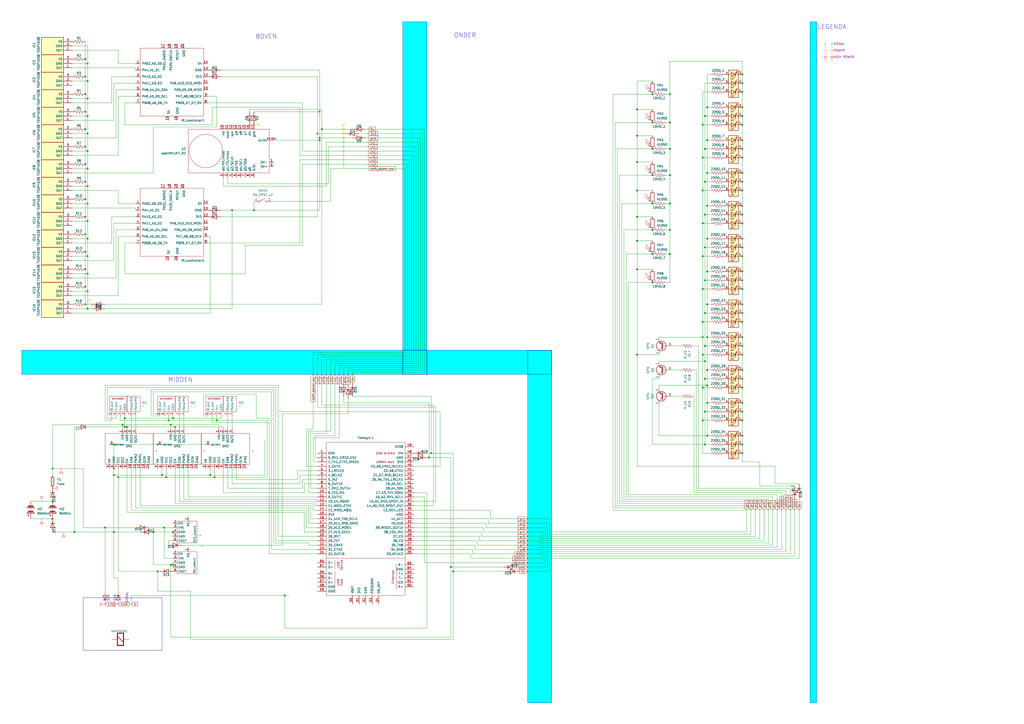
<source format=kicad_sch>
(kicad_sch (version 20231120) (generator "eeschema") (generator_version "8.0")
  (paper "A2")
  (junction (at 30.48 300.99))
  (junction (at 407.67 110.49))
  (junction (at 410.21 214.63))
  (junction (at 408.94 257.81))
  (junction (at 388.62 101.6))
  (junction (at 430.53 143.51))
  (junction (at 49.53 95.25))
  (junction (at 410.21 157.48))
  (junction (at 430.53 262.89))
  (junction (at 95.25 306.07))
  (junction (at 99.06 327.66))
  (junction (at 99.06 246.38))
  (junction (at 430.53 167.64))
  (junction (at 60.96 306.07))
  (junction (at 185.42 64.77))
  (junction (at 408.94 181.61))
  (junction (at 378.46 147.32))
  (junction (at 430.53 81.28))
  (junction (at 49.53 176.53))
  (junction (at 410.21 119.38))
  (junction (at 50.8 67.31))
  (junction (at 430.53 119.38))
  (junction (at 49.53 115.57))
  (junction (at 49.53 34.29))
  (junction (at 430.53 252.73))
  (junction (at 407.67 243.84))
  (junction (at 369.57 125.73))
  (junction (at 124.46 276.86))
  (junction (at 50.8 158.75))
  (junction (at 430.53 214.63))
  (junction (at 430.53 233.68))
  (junction (at 430.53 72.39))
  (junction (at 430.53 100.33))
  (junction (at 407.67 72.39))
  (junction (at 49.53 135.89))
  (junction (at 378.46 101.6))
  (junction (at 49.53 166.37))
  (junction (at 378.46 163.83))
  (junction (at 100.33 308.61))
  (junction (at 185.42 80.01))
  (junction (at 408.94 67.31))
  (junction (at 408.94 105.41))
  (junction (at 410.21 176.53))
  (junction (at 72.39 242.57))
  (junction (at 100.33 327.66))
  (junction (at 50.8 77.47))
  (junction (at 430.53 53.34))
  (junction (at 378.46 71.12))
  (junction (at 408.94 124.46))
  (junction (at 388.62 118.11))
  (junction (at 50.8 138.43))
  (junction (at 410.21 81.28))
  (junction (at 430.53 110.49))
  (junction (at 49.53 64.77))
  (junction (at 430.53 62.23))
  (junction (at 408.94 238.76))
  (junction (at 407.67 195.58))
  (junction (at 50.8 168.91))
  (junction (at 186.69 74.93))
  (junction (at 430.53 67.31))
  (junction (at 430.53 181.61))
  (junction (at 430.53 224.79))
  (junction (at 430.53 124.46))
  (junction (at 407.67 186.69))
  (junction (at 72.39 247.65))
  (junction (at 410.21 195.58))
  (junction (at 430.53 205.74))
  (junction (at 30.48 290.83))
  (junction (at 91.44 331.47))
  (junction (at 49.53 125.73))
  (junction (at 50.8 36.83))
  (junction (at 121.92 275.59))
  (junction (at 96.52 276.86))
  (junction (at 410.21 233.68))
  (junction (at 430.53 176.53))
  (junction (at 185.42 81.28))
  (junction (at 410.21 223.52))
  (junction (at 71.12 246.38))
  (junction (at 147.32 121.92))
  (junction (at 50.8 128.27))
  (junction (at 49.53 156.21))
  (junction (at 430.53 243.84))
  (junction (at 184.15 77.47))
  (junction (at 66.04 275.59))
  (junction (at 388.62 86.36))
  (junction (at 101.6 247.65))
  (junction (at 73.66 247.65))
  (junction (at 50.8 46.99))
  (junction (at 408.94 219.71))
  (junction (at 430.53 257.81))
  (junction (at 407.67 129.54))
  (junction (at 430.53 238.76))
  (junction (at 408.94 200.66))
  (junction (at 430.53 43.18))
  (junction (at 407.67 167.64))
  (junction (at 430.53 200.66))
  (junction (at 430.53 129.54))
  (junction (at 378.46 118.11))
  (junction (at 49.53 44.45))
  (junction (at 430.53 157.48))
  (junction (at 369.57 139.7))
  (junction (at 408.94 86.36))
  (junction (at 88.9 308.61))
  (junction (at 91.44 257.81))
  (junction (at 100.33 242.57))
  (junction (at 49.53 74.93))
  (junction (at 369.57 205.74))
  (junction (at 49.53 146.05))
  (junction (at 430.53 105.41))
  (junction (at 388.62 71.12))
  (junction (at 50.8 118.11))
  (junction (at 378.46 54.61))
  (junction (at 430.53 148.59))
  (junction (at 66.04 257.81))
  (junction (at 410.21 100.33))
  (junction (at 369.57 78.74))
  (junction (at 388.62 147.32))
  (junction (at 408.94 209.55))
  (junction (at 97.79 243.84))
  (junction (at 430.53 162.56))
  (junction (at 430.53 219.71))
  (junction (at 369.57 63.5))
  (junction (at 68.58 276.86))
  (junction (at 407.67 148.59))
  (junction (at 248.92 265.43))
  (junction (at 410.21 138.43))
  (junction (at 50.8 97.79))
  (junction (at 430.53 138.43))
  (junction (at 165.1 345.44))
  (junction (at 407.67 205.74))
  (junction (at 388.62 133.35))
  (junction (at 125.73 243.84))
  (junction (at 50.8 87.63))
  (junction (at 410.21 62.23))
  (junction (at 430.53 91.44))
  (junction (at 261.62 328.93))
  (junction (at 50.8 57.15))
  (junction (at 50.8 107.95))
  (junction (at 66.04 271.78))
  (junction (at 369.57 110.49))
  (junction (at 262.89 331.47))
  (junction (at 408.94 162.56))
  (junction (at 49.53 85.09))
  (junction (at 49.53 105.41))
  (junction (at 430.53 48.26))
  (junction (at 250.19 262.89))
  (junction (at 388.62 54.61))
  (junction (at 93.98 275.59))
  (junction (at 30.48 271.78))
  (junction (at 378.46 133.35))
  (junction (at 369.57 93.98))
  (junction (at 408.94 143.51))
  (junction (at 407.67 224.79))
  (junction (at 134.62 121.92))
  (junction (at 43.18 308.61))
  (junction (at 50.8 179.07))
  (junction (at 369.57 156.21))
  (junction (at 430.53 86.36))
  (junction (at 430.53 186.69))
  (junction (at 49.53 54.61))
  (junction (at 430.53 195.58))
  (junction (at 50.8 148.59))
  (junction (at 407.67 91.44))
  (junction (at 378.46 86.36))
  (junction (at 410.21 252.73))
  (junction (at 66.04 308.61))
  (wire (pts (xy 440.69 267.97) (xy 430.53 267.97)))
  (wire (pts (xy 86.36 306.07) (xy 95.25 306.07)))
  (wire (pts (xy 41.91 148.59) (xy 50.8 148.59)))
  (wire (pts (xy 407.67 224.79) (xy 412.75 224.79)))
  (wire (pts (xy 403.86 284.48) (xy 403.86 214.63)))
  (wire (pts (xy 177.8 306.07) (xy 177.8 295.91)))
  (wire (pts (xy 407.67 167.64) (xy 407.67 186.69)))
  (wire (pts (xy 463.55 288.29) (xy 463.55 323.85)))
  (wire (pts (xy 41.91 168.91) (xy 50.8 168.91)))
  (wire (pts (xy 157.48 318.77) (xy 157.48 243.84)))
  (wire (pts (xy 204.47 215.9) (xy 246.38 215.9)))
  (wire (pts (xy 173.99 140.97) (xy 173.99 92.71)))
  (wire (pts (xy 408.94 238.76) (xy 412.75 238.76)))
  (wire (pts (xy 180.34 283.21) (xy 180.34 251.46)))
  (wire (pts (xy 60.96 306.07) (xy 60.96 342.9)))
  (wire (pts (xy 318.77 308.61) (xy 433.07 308.61)))
  (wire (pts (xy 49.53 176.53) (xy 53.34 176.53)))
  (wire (pts (xy 76.2 241.3) (xy 76.2 248.92)))
  (wire (pts (xy 316.23 311.15) (xy 438.15 311.15)))
  (wire (pts (xy 243.84 80.01) (xy 243.84 213.36)))
  (wire (pts (xy 412.75 43.18) (xy 410.21 43.18)))
  (wire (pts (xy 91.44 331.47) (xy 92.71 331.47)))
  (wire (pts (xy 430.53 233.68) (xy 430.53 238.76)))
  (wire (pts (xy 281.94 306.07) (xy 316.23 306.07)))
  (wire (pts (xy 175.26 87.63) (xy 175.26 59.69)))
  (wire (pts (xy 361.95 289.56) (xy 445.77 289.56)))
  (wire (pts (xy 318.77 331.47) (xy 318.77 323.85)))
  (wire (pts (xy 382.27 195.58) (xy 407.67 195.58)))
  (wire (pts (xy 408.94 124.46) (xy 408.94 105.41)))
  (wire (pts (xy 240.03 308.61) (xy 279.4 308.61)))
  (wire (pts (xy 60.96 223.52) (xy 161.29 223.52)))
  (wire (pts (xy 173.99 275.59) (xy 173.99 280.67)))
  (wire (pts (xy 194.31 210.82) (xy 241.3 210.82)))
  (wire (pts (xy 313.69 313.69) (xy 313.69 311.15)))
  (wire (pts (xy 196.85 212.09) (xy 196.85 254)))
  (wire (pts (xy 355.6 295.91) (xy 355.6 54.61)))
  (wire (pts (xy 93.98 275.59) (xy 93.98 271.78)))
  (wire (pts (xy 408.94 181.61) (xy 412.75 181.61)))
  (wire (pts (xy 186.69 63.5) (xy 186.69 74.93)))
  (wire (pts (xy 41.91 90.17) (xy 68.58 90.17)))
  (wire (pts (xy 284.48 300.99) (xy 318.77 300.99)))
  (wire (pts (xy 156.21 245.11) (xy 156.21 321.31)))
  (wire (pts (xy 91.44 331.47) (xy 91.44 342.9)))
  (wire (pts (xy 407.67 186.69) (xy 407.67 195.58)))
  (wire (pts (xy 175.26 95.25) (xy 236.22 95.25)))
  (wire (pts (xy 81.28 293.37) (xy 81.28 271.78)))
  (wire (pts (xy 278.13 313.69) (xy 312.42 313.69)))
  (wire (pts (xy 430.53 91.44) (xy 430.53 100.33)))
  (wire (pts (xy 430.53 157.48) (xy 430.53 162.56)))
  (wire (pts (xy 314.96 308.61) (xy 314.96 312.42)))
  (wire (pts (xy 430.53 181.61) (xy 430.53 186.69)))
  (wire (pts (xy 41.91 26.67) (xy 50.8 26.67)))
  (wire (pts (xy 88.9 100.33) (xy 88.9 73.66)))
  (wire (pts (xy 369.57 63.5) (xy 378.46 63.5)))
  (wire (pts (xy 283.21 303.53) (xy 317.5 303.53)))
  (wire (pts (xy 68.58 90.17) (xy 68.58 55.88)))
  (wire (pts (xy 142.24 158.75) (xy 142.24 142.24)))
  (wire (pts (xy 455.93 284.48) (xy 455.93 320.04)))
  (wire (pts (xy 378.46 86.36) (xy 358.14 86.36)))
  (wire (pts (xy 134.62 179.07) (xy 134.62 121.92)))
  (wire (pts (xy 184.15 265.43) (xy 182.88 265.43)))
  (wire (pts (xy 240.03 311.15) (xy 278.13 311.15)))
  (wire (pts (xy 378.46 147.32) (xy 363.22 147.32)))
  (wire (pts (xy 99.06 369.57) (xy 261.62 369.57)))
  (wire (pts (xy 158.75 81.28) (xy 185.42 81.28)))
  (wire (pts (xy 407.67 129.54) (xy 412.75 129.54)))
  (wire (pts (xy 66.04 271.78) (xy 66.04 275.59)))
  (wire (pts (xy 369.57 46.99) (xy 378.46 46.99)))
  (wire (pts (xy 281.94 303.53) (xy 281.94 306.07)))
  (wire (pts (xy 72.39 247.65) (xy 73.66 247.65)))
  (wire (pts (xy 50.8 26.67) (xy 50.8 36.83)))
  (wire (pts (xy 180.34 283.21) (xy 184.15 283.21)))
  (wire (pts (xy 369.57 125.73) (xy 369.57 110.49)))
  (wire (pts (xy 49.53 156.21) (xy 49.53 166.37)))
  (wire (pts (xy 378.46 257.81) (xy 408.94 257.81)))
  (wire (pts (xy 184.15 77.47) (xy 184.15 125.73)))
  (wire (pts (xy 274.32 321.31) (xy 313.69 321.31)))
  (wire (pts (xy 262.89 262.89) (xy 250.19 262.89)))
  (wire (pts (xy 240.03 209.55) (xy 240.03 87.63)))
  (wire (pts (xy 408.94 257.81) (xy 408.94 238.76)))
  (wire (pts (xy 199.39 229.87) (xy 199.39 233.68)))
  (wire (pts (xy 95.25 306.07) (xy 100.33 306.07)))
  (wire (pts (xy 388.62 54.61) (xy 388.62 71.12)))
  (wire (pts (xy 378.46 78.74) (xy 369.57 78.74)))
  (wire (pts (xy 88.9 308.61) (xy 100.33 308.61)))
  (wire (pts (xy 408.94 86.36) (xy 408.94 67.31)))
  (wire (pts (xy 184.15 77.47) (xy 200.66 77.47)))
  (wire (pts (xy 64.77 241.3) (xy 64.77 243.84)))
  (wire (pts (xy 66.04 48.26) (xy 78.74 48.26)))
  (wire (pts (xy 147.32 64.77) (xy 185.42 64.77)))
  (wire (pts (xy 49.53 95.25) (xy 49.53 105.41)))
  (wire (pts (xy 199.39 213.36) (xy 243.84 213.36)))
  (wire (pts (xy 50.8 67.31) (xy 50.8 77.47)))
  (wire (pts (xy 101.6 271.78) (xy 101.6 292.1)))
  (wire (pts (xy 449.58 270.51) (xy 449.58 280.67)))
  (wire (pts (xy 407.67 243.84) (xy 412.75 243.84)))
  (wire (pts (xy 408.94 124.46) (xy 412.75 124.46)))
  (wire (pts (xy 121.92 275.59) (xy 93.98 275.59)))
  (wire (pts (xy 433.07 295.91) (xy 433.07 308.61)))
  (wire (pts (xy 78.74 52.07) (xy 67.31 52.07)))
  (wire (pts (xy 100.33 326.39) (xy 100.33 327.66)))
  (wire (pts (xy 407.67 262.89) (xy 412.75 262.89)))
  (wire (pts (xy 246.38 326.39) (xy 316.23 326.39)))
  (wire (pts (xy 369.57 78.74) (xy 369.57 63.5)))
  (wire (pts (xy 68.58 331.47) (xy 68.58 276.86)))
  (wire (pts (xy 408.94 209.55) (xy 408.94 219.71)))
  (wire (pts (xy 410.21 252.73) (xy 382.27 252.73)))
  (wire (pts (xy 62.23 242.57) (xy 62.23 224.79)))
  (wire (pts (xy 95.25 241.3) (xy 95.25 240.03)))
  (wire (pts (xy 191.77 97.79) (xy 234.95 97.79)))
  (wire (pts (xy 134.62 280.67) (xy 173.99 280.67)))
  (wire (pts (xy 407.67 205.74) (xy 407.67 224.79)))
  (wire (pts (xy 185.42 80.01) (xy 204.47 80.01)))
  (wire (pts (xy 71.12 246.38) (xy 30.48 246.38)))
  (wire (pts (xy 312.42 314.96) (xy 312.42 313.69)))
  (wire (pts (xy 184.15 275.59) (xy 173.99 275.59)))
  (wire (pts (xy 157.48 227.33) (xy 157.48 242.57)))
  (wire (pts (xy 100.33 242.57) (xy 128.27 242.57)))
  (wire (pts (xy 185.42 64.77) (xy 185.42 80.01)))
  (wire (pts (xy 99.06 246.38) (xy 71.12 246.38)))
  (wire (pts (xy 50.8 128.27) (xy 50.8 138.43)))
  (wire (pts (xy 430.53 110.49) (xy 430.53 119.38)))
  (wire (pts (xy 128.27 125.73) (xy 184.15 125.73)))
  (wire (pts (xy 172.72 278.13) (xy 172.72 273.05)))
  (wire (pts (xy 50.8 128.27) (xy 50.8 118.11)))
  (wire (pts (xy 410.21 138.43) (xy 410.21 157.48)))
  (wire (pts (xy 184.15 289.56) (xy 184.15 290.83)))
  (wire (pts (xy 407.67 243.84) (xy 407.67 262.89)))
  (wire (pts (xy 394.97 200.66) (xy 389.89 200.66)))
  (wire (pts (xy 60.96 176.53) (xy 186.69 176.53)))
  (wire (pts (xy 240.03 316.23) (xy 275.59 316.23)))
  (wire (pts (xy 49.53 34.29) (xy 49.53 44.45)))
  (wire (pts (xy 30.48 271.78) (xy 30.48 275.59)))
  (wire (pts (xy 179.07 314.96) (xy 179.07 316.23)))
  (wire (pts (xy 430.53 124.46) (xy 430.53 129.54)))
  (wire (pts (xy 125.73 73.66) (xy 125.73 55.88)))
  (wire (pts (xy 121.92 275.59) (xy 153.67 275.59)))
  (wire (pts (xy 184.15 318.77) (xy 157.48 318.77)))
  (wire (pts (xy 458.47 283.21) (xy 458.47 321.31)))
  (wire (pts (xy 95.25 323.85) (xy 100.33 323.85)))
  (wire (pts (xy 201.93 240.03) (xy 201.93 231.14)))
  (wire (pts (xy 312.42 314.96) (xy 445.77 314.96)))
  (wire (pts (xy 104.14 290.83) (xy 182.88 290.83)))
  (wire (pts (xy 97.79 243.84) (xy 97.79 241.3)))
  (wire (pts (xy 293.37 331.47) (xy 262.89 331.47)))
  (wire (pts (xy 41.91 128.27) (xy 50.8 128.27)))
  (wire (pts (xy 388.62 101.6) (xy 388.62 118.11)))
  (wire (pts (xy 199.39 213.36) (xy 199.39 222.25)))
  (wire (pts (xy 134.62 271.78) (xy 134.62 280.67)))
  (wire (pts (xy 255.27 270.51) (xy 240.03 270.51)))
  (wire (pts (xy 255.27 238.76) (xy 255.27 270.51)))
  (wire (pts (xy 49.53 125.73) (xy 49.53 135.89)))
  (wire (pts (xy 189.23 208.28) (xy 189.23 251.46)))
  (wire (pts (xy 274.32 318.77) (xy 274.32 321.31)))
  (wire (pts (xy 407.67 53.34) (xy 407.67 72.39)))
  (wire (pts (xy 317.5 322.58) (xy 461.01 322.58)))
  (wire (pts (xy 180.34 300.99) (xy 180.34 293.37)))
  (wire (pts (xy 196.85 212.09) (xy 242.57 212.09)))
  (wire (pts (xy 66.04 308.61) (xy 81.28 308.61)))
  (wire (pts (xy 369.57 78.74) (xy 369.57 93.98)))
  (wire (pts (xy 64.77 125.73) (xy 64.77 140.97)))
  (wire (pts (xy 76.2 350.52) (xy 76.2 345.44)))
  (wire (pts (xy 49.53 54.61) (xy 49.53 64.77)))
  (wire (pts (xy 355.6 295.91) (xy 433.07 295.91)))
  (wire (pts (xy 262.89 331.47) (xy 262.89 370.84)))
  (wire (pts (xy 163.83 316.23) (xy 163.83 240.03)))
  (wire (pts (xy 184.15 205.74) (xy 184.15 236.22)))
  (wire (pts (xy 91.44 257.81) (xy 119.38 257.81)))
  (wire (pts (xy 118.11 228.6) (xy 148.59 228.6)))
  (wire (pts (xy 407.67 167.64) (xy 412.75 167.64)))
  (wire (pts (xy 430.53 214.63) (xy 430.53 219.71)))
  (wire (pts (xy 66.04 275.59) (xy 66.04 308.61)))
  (wire (pts (xy 127 248.92) (xy 127 246.38)))
  (wire (pts (xy 76.2 271.78) (xy 76.2 295.91)))
  (wire (pts (xy 204.47 215.9) (xy 204.47 222.25)))
  (wire (pts (xy 407.67 110.49) (xy 407.67 129.54)))
  (wire (pts (xy 100.33 308.61) (xy 100.33 311.15)))
  (wire (pts (xy 160.02 240.03) (xy 161.29 240.03)))
  (wire (pts (xy 410.21 157.48) (xy 410.21 176.53)))
  (wire (pts (xy 430.53 224.79) (xy 430.53 233.68)))
  (wire (pts (xy 132.08 106.68) (xy 190.5 106.68)))
  (wire (pts (xy 64.77 140.97) (xy 41.91 140.97)))
  (wire (pts (xy 66.04 257.81) (xy 91.44 257.81)))
  (wire (pts (xy 48.26 271.78) (xy 48.26 306.07)))
  (wire (pts (xy 369.57 63.5) (xy 369.57 46.99)))
  (wire (pts (xy 158.75 226.06) (xy 158.75 241.3)))
  (wire (pts (xy 363.22 288.29) (xy 363.22 147.32)))
  (wire (pts (xy 443.23 290.83) (xy 443.23 313.69)))
  (wire (pts (xy 410.21 176.53) (xy 410.21 195.58)))
  (wire (pts (xy 430.53 176.53) (xy 430.53 181.61)))
  (wire (pts (xy 68.58 118.11) (xy 78.74 118.11)))
  (wire (pts (xy 240.03 318.77) (xy 274.32 318.77)))
  (wire (pts (xy 410.21 119.38) (xy 412.75 119.38)))
  (wire (pts (xy 123.19 245.11) (xy 156.21 245.11)))
  (wire (pts (xy 179.07 250.19) (xy 179.07 285.75)))
  (wire (pts (xy 262.89 262.89) (xy 262.89 331.47)))
  (wire (pts (xy 121.92 271.78) (xy 121.92 275.59)))
  (wire (pts (xy 408.94 67.31) (xy 412.75 67.31)))
  (wire (pts (xy 185.42 40.64) (xy 185.42 64.77)))
  (wire (pts (xy 378.46 125.73) (xy 369.57 125.73)))
  (wire (pts (xy 388.62 86.36) (xy 388.62 71.12)))
  (wire (pts (xy 180.34 251.46) (xy 189.23 251.46)))
  (wire (pts (xy 240.03 303.53) (xy 281.94 303.53)))
  (wire (pts (xy 410.21 100.33) (xy 412.75 100.33)))
  (wire (pts (xy 132.08 283.21) (xy 132.08 271.78)))
  (wire (pts (xy 105.41 316.23) (xy 163.83 316.23)))
  (wire (pts (xy 208.28 77.47) (xy 245.11 77.47)))
  (wire (pts (xy 63.5 257.81) (xy 66.04 257.81)))
  (wire (pts (xy 184.15 205.74) (xy 236.22 205.74)))
  (wire (pts (xy 184.15 44.45) (xy 184.15 77.47)))
  (wire (pts (xy 449.58 280.67) (xy 463.55 280.67)))
  (wire (pts (xy 68.58 271.78) (xy 68.58 276.86)))
  (wire (pts (xy 64.77 59.69) (xy 41.91 59.69)))
  (wire (pts (xy 458.47 283.21) (xy 405.13 283.21)))
  (wire (pts (xy 129.54 271.78) (xy 129.54 285.75)))
  (wire (pts (xy 95.25 323.85) (xy 95.25 306.07)))
  (wire (pts (xy 50.8 179.07) (xy 53.34 179.07)))
  (wire (pts (xy 17.78 300.99) (xy 30.48 300.99)))
  (wire (pts (xy 407.67 224.79) (xy 407.67 243.84)))
  (wire (pts (xy 132.08 102.87) (xy 132.08 106.68)))
  (wire (pts (xy 88.9 308.61) (xy 88.9 327.66)))
  (wire (pts (xy 378.46 219.71) (xy 378.46 257.81)))
  (wire (pts (xy 199.39 233.68) (xy 248.92 233.68)))
  (wire (pts (xy 176.53 308.61) (xy 184.15 308.61)))
  (wire (pts (xy 92.71 241.3) (xy 87.63 241.3)))
  (wire (pts (xy 175.26 278.13) (xy 184.15 278.13)))
  (wire (pts (xy 186.69 207.01) (xy 186.69 234.95)))
  (wire (pts (xy 408.94 238.76) (xy 408.94 219.71)))
  (wire (pts (xy 50.8 36.83) (xy 41.91 36.83)))
  (wire (pts (xy 186.69 207.01) (xy 237.49 207.01)))
  (wire (pts (xy 314.96 323.85) (xy 314.96 320.04)))
  (wire (pts (xy 185.42 40.64) (xy 128.27 40.64)))
  (wire (pts (xy 430.53 72.39) (xy 430.53 81.28)))
  (wire (pts (xy 430.53 195.58) (xy 430.53 200.66)))
  (wire (pts (xy 242.57 82.55) (xy 242.57 212.09)))
  (wire (pts (xy 194.31 210.82) (xy 194.31 252.73)))
  (wire (pts (xy 41.91 39.37) (xy 78.74 39.37)))
  (wire (pts (xy 87.63 226.06) (xy 158.75 226.06)))
  (wire (pts (xy 50.8 118.11) (xy 41.91 118.11)))
  (wire (pts (xy 165.1 345.44) (xy 165.1 364.49)))
  (wire (pts (xy 43.18 308.61) (xy 66.04 308.61)))
  (wire (pts (xy 386.08 54.61) (xy 388.62 54.61)))
  (wire (pts (xy 165.1 364.49) (xy 247.65 364.49)))
  (wire (pts (xy 41.91 87.63) (xy 50.8 87.63)))
  (wire (pts (xy 410.21 81.28) (xy 412.75 81.28)))
  (wire (pts (xy 237.49 207.01) (xy 237.49 92.71)))
  (wire (pts (xy 369.57 110.49) (xy 369.57 93.98)))
  (wire (pts (xy 430.53 35.56) (xy 430.53 43.18)))
  (wire (pts (xy 430.53 148.59) (xy 430.53 157.48)))
  (wire (pts (xy 430.53 119.38) (xy 430.53 124.46)))
  (wire (pts (xy 160.02 313.69) (xy 160.02 241.3)))
  (wire (pts (xy 181.61 248.92) (xy 177.8 248.92)))
  (wire (pts (xy 179.07 294.64) (xy 179.07 303.53)))
  (wire (pts (xy 408.94 162.56) (xy 408.94 143.51)))
  (wire (pts (xy 72.39 241.3) (xy 72.39 242.57)))
  (wire (pts (xy 132.08 241.3) (xy 132.08 248.92)))
  (wire (pts (xy 110.49 370.84) (xy 262.89 370.84)))
  (wire (pts (xy 246.38 326.39) (xy 246.38 288.29)))
  (wire (pts (xy 438.15 293.37) (xy 358.14 293.37)))
  (wire (pts (xy 407.67 91.44) (xy 407.67 110.49)))
  (wire (pts (xy 378.46 118.11) (xy 360.68 118.11)))
  (wire (pts (xy 66.04 129.54) (xy 78.74 129.54)))
  (wire (pts (xy 382.27 219.71) (xy 378.46 219.71)))
  (wire (pts (xy 386.08 101.6) (xy 388.62 101.6)))
  (wire (pts (xy 72.39 242.57) (xy 100.33 242.57)))
  (wire (pts (xy 360.68 290.83) (xy 360.68 118.11)))
  (wire (pts (xy 125.73 243.84) (xy 154.94 243.84)))
  (wire (pts (xy 369.57 139.7) (xy 369.57 156.21)))
  (wire (pts (xy 179.07 303.53) (xy 184.15 303.53)))
  (wire (pts (xy 41.91 171.45) (xy 68.58 171.45)))
  (wire (pts (xy 132.08 283.21) (xy 175.26 283.21)))
  (wire (pts (xy 299.72 328.93) (xy 317.5 328.93)))
  (wire (pts (xy 153.67 275.59) (xy 153.67 255.27)))
  (wire (pts (xy 408.94 48.26) (xy 412.75 48.26)))
  (wire (pts (xy 190.5 85.09) (xy 241.3 85.09)))
  (wire (pts (xy 430.53 105.41) (xy 430.53 110.49)))
  (wire (pts (xy 402.59 229.87) (xy 402.59 285.75)))
  (wire (pts (xy 359.41 292.1) (xy 440.69 292.1)))
  (wire (pts (xy 410.21 138.43) (xy 412.75 138.43)))
  (wire (pts (xy 181.61 267.97) (xy 184.15 267.97)))
  (wire (pts (xy 408.94 200.66) (xy 408.94 181.61)))
  (wire (pts (xy 247.65 285.75) (xy 240.03 285.75)))
  (wire (pts (xy 407.67 72.39) (xy 407.67 91.44)))
  (wire (pts (xy 204.47 229.87) (xy 250.19 229.87)))
  (wire (pts (xy 49.53 115.57) (xy 49.53 125.73)))
  (wire (pts (xy 73.66 271.78) (xy 73.66 297.18)))
  (wire (pts (xy 175.26 95.25) (xy 175.26 142.24)))
  (wire (pts (xy 68.58 335.28) (xy 66.04 335.28)))
  (wire (pts (xy 173.99 90.17) (xy 238.76 90.17)))
  (wire (pts (xy 106.68 271.78) (xy 106.68 289.56)))
  (wire (pts (xy 251.46 234.95) (xy 186.69 234.95)))
  (wire (pts (xy 407.67 148.59) (xy 412.75 148.59)))
  (wire (pts (xy 407.67 195.58) (xy 407.67 205.74)))
  (wire (pts (xy 312.42 318.77) (xy 312.42 317.5)))
  (wire (pts (xy 68.58 36.83) (xy 78.74 36.83)))
  (wire (pts (xy 100.33 327.66) (xy 100.33 328.93)))
  (wire (pts (xy 100.33 242.57) (xy 100.33 241.3)))
  (wire (pts (xy 158.75 314.96) (xy 179.07 314.96)))
  (wire (pts (xy 261.62 265.43) (xy 261.62 328.93)))
  (wire (pts (xy 250.19 229.87) (xy 250.19 262.89)))
  (wire (pts (xy 240.03 306.07) (xy 280.67 306.07)))
  (wire (pts (xy 41.91 67.31) (xy 50.8 67.31)))
  (wire (pts (xy 66.04 335.28) (xy 66.04 308.61)))
  (wire (pts (xy 212.09 74.93) (xy 246.38 74.93)))
  (wire (pts (xy 388.62 35.56) (xy 430.53 35.56)))
  (wire (pts (xy 128.27 44.45) (xy 184.15 44.45)))
  (wire (pts (xy 49.53 146.05) (xy 49.53 156.21)))
  (wire (pts (xy 196.85 254) (xy 181.61 254)))
  (wire (pts (xy 412.75 53.34) (xy 407.67 53.34)))
  (wire (pts (xy 430.53 162.56) (xy 430.53 167.64)))
  (wire (pts (xy 30.48 246.38) (xy 30.48 271.78)))
  (wire (pts (xy 109.22 288.29) (xy 184.15 288.29)))
  (wire (pts (xy 128.27 121.92) (xy 134.62 121.92)))
  (wire (pts (xy 388.62 118.11) (xy 386.08 118.11)))
  (wire (pts (xy 386.08 133.35) (xy 388.62 133.35)))
  (wire (pts (xy 69.85 243.84) (xy 69.85 241.3)))
  (wire (pts (xy 50.8 179.07) (xy 41.91 179.07)))
  (wire (pts (xy 161.29 238.76) (xy 255.27 238.76)))
  (wire (pts (xy 175.26 87.63) (xy 240.03 87.63)))
  (wire (pts (xy 68.58 110.49) (xy 68.58 118.11)))
  (wire (pts (xy 430.53 53.34) (xy 430.53 62.23)))
  (wire (pts (xy 185.42 121.92) (xy 185.42 81.28)))
  (wire (pts (xy 148.59 242.57) (xy 156.21 242.57)))
  (wire (pts (xy 247.65 265.43) (xy 248.92 265.43)))
  (wire (pts (xy 76.2 345.44) (xy 165.1 345.44)))
  (wire (pts (xy 60.96 179.07) (xy 134.62 179.07)))
  (wire (pts (xy 440.69 281.94) (xy 461.01 281.94)))
  (wire (pts (xy 378.46 54.61) (xy 355.6 54.61)))
  (wire (pts (xy 173.99 92.71) (xy 237.49 92.71)))
  (wire (pts (xy 410.21 223.52) (xy 410.21 233.68)))
  (wire (pts (xy 50.8 97.79) (xy 50.8 107.95)))
  (wire (pts (xy 369.57 156.21) (xy 369.57 205.74)))
  (wire (pts (xy 430.53 243.84) (xy 430.53 252.73)))
  (wire (pts (xy 49.53 24.13) (xy 49.53 34.29)))
  (wire (pts (xy 238.76 90.17) (xy 238.76 208.28)))
  (wire (pts (xy 410.21 157.48) (xy 412.75 157.48)))
  (wire (pts (xy 78.74 59.69) (xy 72.39 59.69)))
  (wire (pts (xy 176.53 280.67) (xy 176.53 285.75)))
  (wire (pts (xy 461.01 289.56) (xy 461.01 322.58)))
  (wire (pts (xy 408.94 219.71) (xy 412.75 219.71)))
  (wire (pts (xy 104.14 290.83) (xy 104.14 271.78)))
  (wire (pts (xy 125.73 243.84) (xy 97.79 243.84)))
  (wire (pts (xy 64.77 243.84) (xy 60.96 243.84)))
  (wire (pts (xy 110.49 342.9) (xy 110.49 370.84)))
  (wire (pts (xy 388.62 163.83) (xy 386.08 163.83)))
  (wire (pts (xy 448.31 288.29) (xy 363.22 288.29)))
  (wire (pts (xy 240.03 295.91) (xy 284.48 295.91)))
  (wire (pts (xy 453.39 285.75) (xy 402.59 285.75)))
  (wire (pts (xy 165.1 345.44) (xy 167.64 345.44)))
  (wire (pts (xy 312.42 317.5) (xy 450.85 317.5)))
  (wire (pts (xy 408.94 181.61) (xy 408.94 162.56)))
  (wire (pts (xy 50.8 107.95) (xy 50.8 118.11)))
  (wire (pts (xy 440.69 292.1) (xy 440.69 312.42)))
  (wire (pts (xy 382.27 252.73) (xy 382.27 234.95)))
  (wire (pts (xy 369.57 205.74) (xy 382.27 205.74)))
  (wire (pts (xy 359.41 101.6) (xy 359.41 292.1)))
  (wire (pts (xy 101.6 247.65) (xy 101.6 248.92)))
  (wire (pts (xy 410.21 214.63) (xy 410.21 223.52)))
  (wire (pts (xy 120.65 140.97) (xy 173.99 140.97)))
  (wire (pts (xy 161.29 311.15) (xy 184.15 311.15)))
  (wire (pts (xy 50.8 87.63) (xy 50.8 97.79)))
  (wire (pts (xy 455.93 284.48) (xy 403.86 284.48)))
  (wire (pts (xy 67.31 80.01) (xy 41.91 80.01)))
  (wire (pts (xy 448.31 288.29) (xy 448.31 316.23)))
  (wire (pts (xy 88.9 327.66) (xy 99.06 327.66)))
  (wire (pts (xy 50.8 77.47) (xy 41.91 77.47)))
  (wire (pts (xy 100.33 313.69) (xy 97.79 313.69)))
  (wire (pts (xy 186.69 74.93) (xy 204.47 74.93)))
  (wire (pts (xy 388.62 147.32) (xy 388.62 163.83)))
  (wire (pts (xy 283.21 300.99) (xy 283.21 303.53)))
  (wire (pts (xy 43.18 247.65) (xy 44.45 247.65)))
  (wire (pts (xy 369.57 139.7) (xy 378.46 139.7)))
  (wire (pts (xy 123.19 72.39) (xy 123.19 62.23)))
  (wire (pts (xy 361.95 133.35) (xy 361.95 289.56)))
  (wire (pts (xy 48.26 306.07) (xy 60.96 306.07)))
  (wire (pts (xy 407.67 205.74) (xy 412.75 205.74)))
  (wire (pts (xy 177.8 248.92) (xy 177.8 270.51)))
  (wire (pts (xy 407.67 72.39) (xy 412.75 72.39)))
  (wire (pts (xy 106.68 241.3) (xy 106.68 248.92)))
  (wire (pts (xy 189.23 208.28) (xy 238.76 208.28)))
  (wire (pts (xy 128.27 242.57) (xy 128.27 241.3)))
  (wire (pts (xy 408.94 67.31) (xy 408.94 48.26)))
  (wire (pts (xy 410.21 43.18) (xy 410.21 62.23)))
  (wire (pts (xy 261.62 328.93) (xy 292.1 328.93)))
  (wire (pts (xy 95.25 240.03) (xy 88.9 240.03)))
  (wire (pts (xy 240.03 313.69) (xy 276.86 313.69)))
  (wire (pts (xy 245.11 77.47) (xy 245.11 214.63)))
  (wire (pts (xy 252.73 236.22) (xy 184.15 236.22)))
  (wire (pts (xy 189.23 82.55) (xy 242.57 82.55)))
  (wire (pts (xy 157.48 242.57) (xy 158.75 242.57)))
  (wire (pts (xy 369.57 156.21) (xy 378.46 156.21)))
  (wire (pts (xy 101.6 247.65) (xy 129.54 247.65)))
  (wire (pts (xy 316.23 321.31) (xy 458.47 321.31)))
  (wire (pts (xy 276.86 313.69) (xy 276.86 316.23)))
  (wire (pts (xy 73.66 247.65) (xy 101.6 247.65)))
  (wire (pts (xy 273.05 323.85) (xy 314.96 323.85)))
  (wire (pts (xy 280.67 308.61) (xy 314.96 308.61)))
  (wire (pts (xy 284.48 295.91) (xy 284.48 300.99)))
  (wire (pts (xy 60.96 243.84) (xy 60.96 223.52)))
  (wire (pts (xy 78.74 294.64) (xy 179.07 294.64)))
  (wire (pts (xy 41.91 151.13) (xy 66.04 151.13)))
  (wire (pts (xy 412.75 257.81) (xy 408.94 257.81)))
  (wire (pts (xy 50.8 67.31) (xy 50.8 57.15)))
  (wire (pts (xy 68.58 55.88) (xy 78.74 55.88)))
  (wire (pts (xy 134.62 121.92) (xy 147.32 121.92)))
  (wire (pts (xy 435.61 294.64) (xy 435.61 309.88)))
  (wire (pts (xy 410.21 195.58) (xy 412.75 195.58)))
  (wire (pts (xy 72.39 242.57) (xy 72.39 247.65)))
  (wire (pts (xy 68.58 331.47) (xy 91.44 331.47)))
  (wire (pts (xy 234.95 97.79) (xy 234.95 204.47)))
  (wire (pts (xy 378.46 71.12) (xy 356.87 71.12)))
  (wire (pts (xy 49.53 85.09) (xy 49.53 95.25)))
  (wire (pts (xy 408.94 143.51) (xy 412.75 143.51)))
  (wire (pts (xy 129.54 102.87) (xy 129.54 107.95)))
  (wire (pts (xy 157.48 243.84) (xy 156.21 243.84)))
  (wire (pts (xy 191.77 116.84) (xy 191.77 97.79)))
  (wire (pts (xy 160.02 224.79) (xy 160.02 240.03)))
  (wire (pts (xy 49.53 105.41) (xy 49.53 115.57)))
  (wire (pts (xy 408.94 86.36) (xy 412.75 86.36)))
  (wire (pts (xy 388.62 133.35) (xy 388.62 147.32)))
  (wire (pts (xy 88.9 227.33) (xy 88.9 240.03)))
  (wire (pts (xy 180.34 293.37) (xy 81.28 293.37)))
  (wire (pts (xy 99.06 327.66) (xy 100.33 327.66)))
  (wire (pts (xy 246.38 74.93) (xy 246.38 215.9)))
  (wire (pts (xy 137.16 278.13) (xy 172.72 278.13)))
  (wire (pts (xy 438.15 293.37) (xy 438.15 311.15)))
  (wire (pts (xy 52.07 247.65) (xy 72.39 247.65)))
  (wire (pts (xy 408.94 200.66) (xy 412.75 200.66)))
  (wire (pts (xy 64.77 44.45) (xy 64.77 59.69)))
  (wire (pts (xy 106.68 289.56) (xy 184.15 289.56)))
  (wire (pts (xy 41.91 181.61) (xy 121.92 181.61)))
  (wire (pts (xy 179.07 285.75) (xy 184.15 285.75)))
  (wire (pts (xy 41.91 69.85) (xy 66.04 69.85)))
  (wire (pts (xy 382.27 209.55) (xy 408.94 209.55)))
  (wire (pts (xy 430.53 43.18) (xy 430.53 48.26)))
  (wire (pts (xy 314.96 312.42) (xy 440.69 312.42)))
  (wire (pts (xy 190.5 106.68) (xy 190.5 85.09)))
  (wire (pts (xy 317.5 303.53) (xy 317.5 309.88)))
  (wire (pts (xy 191.77 250.19) (xy 179.07 250.19)))
  (wire (pts (xy 240.03 293.37) (xy 251.46 293.37)))
  (wire (pts (xy 189.23 107.95) (xy 189.23 82.55)))
  (wire (pts (xy 91.44 342.9) (xy 110.49 342.9)))
  (wire (pts (xy 68.58 171.45) (xy 68.58 137.16)))
  (wire (pts (xy 50.8 46.99) (xy 50.8 57.15)))
  (wire (pts (xy 443.23 290.83) (xy 360.68 290.83)))
  (wire (pts (xy 430.53 62.23) (xy 430.53 67.31)))
  (wire (pts (xy 177.8 270.51) (xy 184.15 270.51)))
  (wire (pts (xy 410.21 81.28) (xy 410.21 100.33)))
  (wire (pts (xy 96.52 276.86) (xy 124.46 276.86)))
  (wire (pts (xy 124.46 276.86) (xy 124.46 271.78)))
  (wire (pts (xy 78.74 241.3) (xy 78.74 248.92)))
  (wire (pts (xy 93.98 275.59) (xy 66.04 275.59)))
  (wire (pts (xy 276.86 316.23) (xy 448.31 316.23)))
  (wire (pts (xy 407.67 186.69) (xy 412.75 186.69)))
  (wire (pts (xy 66.04 69.85) (xy 66.04 48.26)))
  (wire (pts (xy 72.39 158.75) (xy 142.24 158.75)))
  (wire (pts (xy 450.85 287.02) (xy 450.85 317.5)))
  (wire (pts (xy 430.53 205.74) (xy 430.53 214.63)))
  (wire (pts (xy 41.91 110.49) (xy 68.58 110.49)))
  (wire (pts (xy 275.59 316.23) (xy 275.59 318.77)))
  (wire (pts (xy 275.59 318.77) (xy 312.42 318.77)))
  (wire (pts (xy 71.12 246.38) (xy 71.12 248.92)))
  (wire (pts (xy 176.53 285.75) (xy 129.54 285.75)))
  (wire (pts (xy 182.88 265.43) (xy 182.88 252.73)))
  (wire (pts (xy 66.04 257.81) (xy 66.04 271.78)))
  (wire (pts (xy 261.62 328.93) (xy 261.62 369.57)))
  (wire (pts (xy 88.9 73.66) (xy 125.73 73.66)))
  (wire (pts (xy 181.61 204.47) (xy 234.95 204.47)))
  (wire (pts (xy 410.21 195.58) (xy 410.21 214.63)))
  (wire (pts (xy 236.22 95.25) (xy 236.22 205.74)))
  (wire (pts (xy 97.79 313.69) (xy 97.79 316.23)))
  (wire (pts (xy 430.53 257.81) (xy 430.53 262.89)))
  (wire (pts (xy 191.77 209.55) (xy 240.03 209.55)))
  (wire (pts (xy 252.73 290.83) (xy 252.73 236.22)))
  (wire (pts (xy 241.3 85.09) (xy 241.3 210.82)))
  (wire (pts (xy 185.42 81.28) (xy 185.42 80.01)))
  (wire (pts (xy 50.8 87.63) (xy 50.8 77.47)))
  (wire (pts (xy 316.23 311.15) (xy 316.23 306.07)))
  (wire (pts (xy 378.46 133.35) (xy 361.95 133.35)))
  (wire (pts (xy 273.05 321.31) (xy 240.03 321.31)))
  (wire (pts (xy 161.29 240.03) (xy 161.29 311.15)))
  (wire (pts (xy 449.58 270.51) (xy 369.57 270.51)))
  (wire (pts (xy 181.61 295.91) (xy 184.15 295.91)))
  (wire (pts (xy 120.65 241.3) (xy 118.11 241.3)))
  (wire (pts (xy 30.48 271.78) (xy 48.26 271.78)))
  (wire (pts (xy 50.8 148.59) (xy 50.8 138.43)))
  (wire (pts (xy 369.57 93.98) (xy 378.46 93.98)))
  (wire (pts (xy 109.22 288.29) (xy 109.22 271.78)))
  (wire (pts (xy 181.61 292.1) (xy 181.61 295.91)))
  (wire (pts (xy 246.38 288.29) (xy 240.03 288.29)))
  (wire (pts (xy 410.21 62.23) (xy 412.75 62.23)))
  (wire (pts (xy 184.15 300.99) (xy 180.34 300.99)))
  (wire (pts (xy 175.26 59.69) (xy 120.65 59.69)))
  (wire (pts (xy 369.57 125.73) (xy 369.57 139.7)))
  (wire (pts (xy 407.67 148.59) (xy 407.67 167.64)))
  (wire (pts (xy 154.94 243.84) (xy 154.94 276.86)))
  (wire (pts (xy 50.8 46.99) (xy 50.8 36.83)))
  (wire (pts (xy 280.67 306.07) (xy 280.67 308.61)))
  (wire (pts (xy 408.94 143.51) (xy 408.94 124.46)))
  (wire (pts (xy 121.92 181.61) (xy 121.92 137.16)))
  (wire (pts (xy 120.65 55.88) (xy 125.73 55.88)))
  (wire (pts (xy 388.62 35.56) (xy 388.62 54.61)))
  (wire (pts (xy 41.91 29.21) (xy 68.58 29.21)))
  (wire (pts (xy 68.58 276.86) (xy 96.52 276.86)))
  (wire (pts (xy 121.92 137.16) (xy 120.65 137.16)))
  (wire (pts (xy 317.5 328.93) (xy 317.5 322.58)))
  (wire (pts (xy 430.53 138.43) (xy 430.53 143.51)))
  (wire (pts (xy 388.62 133.35) (xy 388.62 118.11)))
  (wire (pts (xy 68.58 342.9) (xy 68.58 335.28)))
  (wire (pts (xy 154.94 276.86) (xy 124.46 276.86)))
  (wire (pts (xy 201.93 214.63) (xy 201.93 223.52)))
  (wire (pts (xy 66.04 151.13) (xy 66.04 129.54)))
  (wire (pts (xy 67.31 242.57) (xy 62.23 242.57)))
  (wire (pts (xy 240.03 290.83) (xy 252.73 290.83)))
  (wire (pts (xy 173.99 62.23) (xy 173.99 90.17)))
  (wire (pts (xy 134.62 241.3) (xy 134.62 248.92)))
  (wire (pts (xy 78.74 133.35) (xy 67.31 133.35)))
  (wire (pts (xy 68.58 29.21) (xy 68.58 36.83)))
  (wire (pts (xy 182.88 252.73) (xy 194.31 252.73)))
  (wire (pts (xy 410.21 252.73) (xy 412.75 252.73)))
  (wire (pts (xy 186.69 176.53) (xy 186.69 74.93)))
  (wire (pts (xy 49.53 135.89) (xy 49.53 146.05)))
  (wire (pts (xy 184.15 280.67) (xy 176.53 280.67)))
  (wire (pts (xy 430.53 48.26) (xy 430.53 53.34)))
  (wire (pts (xy 386.08 86.36) (xy 388.62 86.36)))
  (wire (pts (xy 251.46 293.37) (xy 251.46 234.95)))
  (wire (pts (xy 407.67 91.44) (xy 412.75 91.44)))
  (wire (pts (xy 184.15 313.69) (xy 160.02 313.69)))
  (wire (pts (xy 181.61 204.47) (xy 181.61 248.92)))
  (wire (pts (xy 118.11 241.3) (xy 118.11 228.6)))
  (wire (pts (xy 300.99 331.47) (xy 318.77 331.47)))
  (wire (pts (xy 67.31 133.35) (xy 67.31 161.29)))
  (wire (pts (xy 191.77 209.55) (xy 191.77 250.19)))
  (wire (pts (xy 144.78 64.77) (xy 144.78 63.5)))
  (wire (pts (xy 49.53 166.37) (xy 49.53 176.53)))
  (wire (pts (xy 388.62 86.36) (xy 388.62 101.6)))
  (wire (pts (xy 369.57 205.74) (xy 369.57 270.51)))
  (wire (pts (xy 50.8 158.75) (xy 41.91 158.75)))
  (wire (pts (xy 157.48 116.84) (xy 191.77 116.84)))
  (wire (pts (xy 78.74 120.65) (xy 78.74 121.92)))
  (wire (pts (xy 430.53 186.69) (xy 430.53 195.58)))
  (wire (pts (xy 430.53 81.28) (xy 430.53 86.36)))
  (wire (pts (xy 73.66 297.18) (xy 176.53 297.18)))
  (wire (pts (xy 78.74 39.37) (xy 78.74 40.64)))
  (wire (pts (xy 175.26 283.21) (xy 175.26 278.13)))
  (wire (pts (xy 129.54 247.65) (xy 129.54 248.92)))
  (wire (pts (xy 313.69 313.69) (xy 443.23 313.69)))
  (wire (pts (xy 41.91 100.33) (xy 88.9 100.33)))
  (wire (pts (xy 72.39 59.69) (xy 72.39 72.39)))
  (wire (pts (xy 41.91 120.65) (xy 78.74 120.65)))
  (wire (pts (xy 181.61 254) (xy 181.61 267.97)))
  (wire (pts (xy 101.6 292.1) (xy 181.61 292.1)))
  (wire (pts (xy 279.4 311.15) (xy 313.69 311.15)))
  (wire (pts (xy 248.92 233.68) (xy 248.92 265.43)))
  (wire (pts (xy 78.74 44.45) (xy 64.77 44.45)))
  (wire (pts (xy 364.49 163.83) (xy 378.46 163.83)))
  (wire (pts (xy 50.8 168.91) (xy 50.8 179.07)))
  (wire (pts (xy 430.53 219.71) (xy 430.53 224.79)))
  (wire (pts (xy 144.78 63.5) (xy 186.69 63.5)))
  (wire (pts (xy 240.03 300.99) (xy 283.21 300.99)))
  (wire (pts (xy 50.8 57.15) (xy 41.91 57.15)))
  (wire (pts (xy 147.32 121.92) (xy 185.42 121.92)))
  (wire (pts (xy 430.53 252.73) (xy 430.53 257.81)))
  (wire (pts (xy 410.21 119.38) (xy 410.21 138.43)))
  (wire (pts (xy 184.15 293.37) (xy 182.88 293.37)))
  (wire (pts (xy 279.4 308.61) (xy 279.4 311.15)))
  (wire (pts (xy 161.29 223.52) (xy 161.29 238.76)))
  (wire (pts (xy 430.53 238.76) (xy 430.53 243.84)))
  (wire (pts (xy 273.05 323.85) (xy 273.05 321.31)))
  (wire (pts (xy 317.5 309.88) (xy 435.61 309.88)))
  (wire (pts (xy 43.18 247.65) (xy 43.18 308.61)))
  (wire (pts (xy 147.32 116.84) (xy 147.32 121.92)))
  (wire (pts (xy 184.15 306.07) (xy 177.8 306.07)))
  (wire (pts (xy 60.96 306.07) (xy 78.74 306.07)))
  (wire (pts (xy 314.96 320.04) (xy 455.93 320.04)))
  (wire (pts (xy 99.06 246.38) (xy 99.06 248.92)))
  (wire (pts (xy 137.16 278.13) (xy 137.16 271.78)))
  (wire (pts (xy 201.93 214.63) (xy 245.11 214.63)))
  (wire (pts (xy 50.8 168.91) (xy 50.8 158.75)))
  (wire (pts (xy 408.94 105.41) (xy 412.75 105.41)))
  (wire (pts (xy 163.83 240.03) (xy 201.93 240.03)))
  (wire (pts (xy 408.94 162.56) (xy 412.75 162.56)))
  (wire (pts (xy 123.19 241.3) (xy 123.19 245.11)))
  (wire (pts (xy 430.53 100.33) (xy 430.53 105.41)))
  (wire (pts (xy 430.53 167.64) (xy 430.53 176.53)))
  (wire (pts (xy 408.94 105.41) (xy 408.94 86.36)))
  (wire (pts (xy 97.79 243.84) (xy 69.85 243.84)))
  (wire (pts (xy 78.74 271.78) (xy 78.74 294.64)))
  (wire (pts (xy 72.39 72.39) (xy 123.19 72.39)))
  (wire (pts (xy 356.87 71.12) (xy 356.87 294.64)))
  (wire (pts (xy 176.53 297.18) (xy 176.53 308.61)))
  (wire (pts (xy 62.23 224.79) (xy 160.02 224.79)))
  (wire (pts (xy 318.77 323.85) (xy 463.55 323.85)))
  (wire (pts (xy 88.9 227.33) (xy 157.48 227.33)))
  (wire (pts (xy 316.23 321.31) (xy 316.23 326.39)))
  (wire (pts (xy 453.39 285.75) (xy 453.39 318.77)))
  (wire (pts (xy 250.19 262.89) (xy 247.65 262.89)))
  (wire (pts (xy 445.77 289.56) (xy 445.77 314.96)))
  (wire (pts (xy 407.67 110.49) (xy 412.75 110.49)))
  (wire (pts (xy 364.49 287.02) (xy 450.85 287.02)))
  (wire (pts (xy 382.27 223.52) (xy 410.21 223.52)))
  (wire (pts (xy 68.58 137.16) (xy 78.74 137.16)))
  (wire (pts (xy 313.69 318.77) (xy 453.39 318.77)))
  (wire (pts (xy 212.09 80.01) (xy 243.84 80.01)))
  (wire (pts (xy 410.21 233.68) (xy 410.21 252.73)))
  (wire (pts (xy 172.72 273.05) (xy 184.15 273.05)))
  (wire (pts (xy 41.91 107.95) (xy 50.8 107.95)))
  (wire (pts (xy 278.13 311.15) (xy 278.13 313.69)))
  (wire (pts (xy 125.73 241.3) (xy 125.73 243.84)))
  (wire (pts (xy 407.67 129.54) (xy 407.67 148.59)))
  (wire (pts (xy 72.39 140.97) (xy 72.39 158.75)))
  (wire (pts (xy 50.8 138.43) (xy 41.91 138.43)))
  (wire (pts (xy 99.06 327.66) (xy 99.06 369.57)))
  (wire (pts (xy 67.31 161.29) (xy 41.91 161.29)))
  (wire (pts (xy 313.69 318.77) (xy 313.69 321.31)))
  (wire (pts (xy 403.86 214.63) (xy 402.59 214.63)))
  (wire (pts (xy 435.61 294.64) (xy 356.87 294.64)))
  (wire (pts (xy 430.53 143.51) (xy 430.53 148.59)))
  (wire (pts (xy 394.97 214.63) (xy 389.89 214.63)))
  (wire (pts (xy 430.53 262.89) (xy 430.53 267.97)))
  (wire (pts (xy 430.53 86.36) (xy 430.53 91.44)))
  (wire (pts (xy 410.21 62.23) (xy 410.21 81.28)))
  (wire (pts (xy 389.89 229.87) (xy 394.97 229.87)))
  (wire (pts (xy 49.53 64.77) (xy 49.53 74.93)))
  (wire (pts (xy 41.91 46.99) (xy 50.8 46.99)))
  (wire (pts (xy 67.31 241.3) (xy 67.31 242.57)))
  (wire (pts (xy 148.59 228.6) (xy 148.59 242.57)))
  (wire (pts (xy 158.75 242.57) (xy 158.75 314.96)))
  (wire (pts (xy 104.14 241.3) (xy 104.14 248.92)))
  (wire (pts (xy 388.62 71.12) (xy 386.08 71.12)))
  (wire (pts (xy 182.88 293.37) (xy 182.88 290.83)))
  (wire (pts (xy 73.66 248.92) (xy 73.66 247.65)))
  (wire (pts (xy 408.94 200.66) (xy 408.94 209.55)))
  (wire (pts (xy 410.21 214.63) (xy 412.75 214.63)))
  (wire (pts (xy 160.02 241.3) (xy 158.75 241.3)))
  (wire (pts (xy 177.8 295.91) (xy 76.2 295.91)))
  (wire (pts (xy 378.46 101.6) (xy 359.41 101.6)))
  (wire (pts (xy 142.24 142.24) (xy 175.26 142.24)))
  (wire (pts (xy 123.19 62.23) (xy 173.99 62.23)))
  (wire (pts (xy 156.21 242.57) (xy 156.21 243.84)))
  (wire (pts (xy 364.49 163.83) (xy 364.49 287.02)))
  (wire (pts (xy 87.63 241.3) (xy 87.63 226.06)))
  (wire (pts (xy 129.54 107.95) (xy 189.23 107.95)))
  (wire (pts (xy 430.53 67.31) (xy 430.53 72.39)))
  (wire (pts (xy 50.8 148.59) (xy 50.8 158.75)))
  (wire (pts (xy 49.53 44.45) (xy 49.53 54.61)))
  (wire (pts (xy 369.57 110.49) (xy 378.46 110.49)))
  (wire (pts (xy 78.74 140.97) (xy 72.39 140.97)))
  (wire (pts (xy 430.53 200.66) (xy 430.53 205.74)))
  (wire (pts (xy 405.13 200.66) (xy 405.13 283.21)))
  (wire (pts (xy 247.65 364.49) (xy 247.65 285.75)))
  (wire (pts (xy 386.08 147.32) (xy 388.62 147.32)))
  (wire (pts (xy 382.27 224.79) (xy 382.27 223.52)))
  (wire (pts (xy 179.07 316.23) (xy 184.15 316.23)))
  (wire (pts (xy 78.74 125.73) (xy 64.77 125.73)))
  (wire (pts (xy 127 246.38) (xy 99.06 246.38)))
  (wire (pts (xy 402.59 200.66) (xy 405.13 200.66)))
  (wire (pts (xy 430.53 129.54) (xy 430.53 138.43)))
  (wire (pts (xy 440.69 267.97) (xy 440.69 281.94)))
  (wire (pts (xy 17.78 290.83) (xy 30.48 290.83)))
  (wire (pts (xy 248.92 265.43) (xy 261.62 265.43)))
  (wire (pts (xy 410.21 176.53) (xy 412.75 176.53)))
  (wire (pts (xy 156.21 321.31) (xy 184.15 321.31)))
  (wire (pts (xy 410.21 233.68) (xy 412.75 233.68)))
  (wire (pts (xy 30.48 308.61) (xy 43.18 308.61)))
  (wire (pts (xy 96.52 276.86) (xy 96.52 271.78)))
  (wire (pts (xy 49.53 74.93) (xy 49.53 85.09)))
  (wire (pts (xy 50.8 97.79) (xy 41.91 97.79)))
  (wire (pts (xy 67.31 52.07) (xy 67.31 80.01)))
  (wire (pts (xy 358.14 293.37) (xy 358.14 86.36)))
  (wire (pts (xy 318.77 308.61) (xy 318.77 300.99)))
  (wire (pts (xy 410.21 100.33) (xy 410.21 119.38)))
  (rectangle (start 205.74 44.45) (end 205.74 44.45))
  (rectangle (start 233.68 203.2) (end 320.04 217.17) (fill (type color) (color 0 255 255 1)))
  (rectangle (start 306.07 203.2) (end 320.04 407.67) (fill (type color) (color 0 255 255 1)))
  (rectangle (start 48.26 346.71) (end 93.98 377.19))
  (rectangle (start 469.9 12.7) (end 473.71 407.67) (fill (type color) (color 0 255 255 1)))
  (rectangle (start 12.7 203.2) (end 247.65 217.17) (fill (type color) (color 0 255 255 1)))
  (rectangle (start 233.68 12.7) (end 247.65 217.17) (fill (type color) (color 0 255 255 1)))
  (text "BOVEN\n" (at 154.432 21.336 0) (effects (font (size 2.54 2.54))))
  (text "MIDDEN\n" (at 104.648 220.472 0) (effects (font (size 2.54 2.54))))
  (text "LEGENDA\n" (at 482.6 15.748 0) (effects (font (size 2.54 2.54))))
  (text "ONDER\n" (at 269.748 20.574 0) (effects (font (size 2.54 2.54))))
  (global_label "3v3" (shape input) (at 213.36 77.47 0) (property "Intersheetrefs" "${INTERSHEET_REFS}" (effects (hide yes))))
  (global_label "pr5" (shape input) (at 306.07 311.15 180) (property "Intersheetrefs" "${INTERSHEET_REFS}" (effects (hide yes))))
  (global_label "BLAUW" (shape input) (at 458.47 295.91 90) (property "Intersheetrefs" "${INTERSHEET_REFS}" (effects (hide yes))))
  (global_label "S" (shape input) (at 76.2 350.52 0) (property "Intersheetrefs" "${INTERSHEET_REFS}" (effects (hide yes))))
  (global_label "soft_power_sw" (shape input) (at 181.61 217.17 270) (property "Intersheetrefs" "${INTERSHEET_REFS}" (effects (hide yes))))
  (global_label "gnd" (shape input) (at 213.36 80.01 0) (property "Intersheetrefs" "${INTERSHEET_REFS}" (effects (hide yes))))
  (global_label "rx3" (shape input) (at 184.15 217.17 270) (property "Intersheetrefs" "${INTERSHEET_REFS}" (effects (hide yes))))
  (global_label "5V" (shape input) (at 463.55 295.91 90) (property "Intersheetrefs" "${INTERSHEET_REFS}" (effects (hide yes))))
  (global_label "pr2" (shape input) (at 306.07 303.53 180) (property "Intersheetrefs" "${INTERSHEET_REFS}" (effects (hide yes))))
  (global_label "rx2" (shape input) (at 213.36 90.17 0) (property "Intersheetrefs" "${INTERSHEET_REFS}" (effects (hide yes))))
  (global_label "rx2" (shape input) (at 189.23 217.17 270) (property "Intersheetrefs" "${INTERSHEET_REFS}" (effects (hide yes))))
  (global_label "GND" (shape input) (at 461.01 295.91 90) (property "Intersheetrefs" "${INTERSHEET_REFS}" (effects (hide yes))))
  (global_label "5V" (shape input) (at 306.07 331.47 180) (property "Intersheetrefs" "${INTERSHEET_REFS}" (effects (hide yes))))
  (global_label "pr1" (shape input) (at 433.07 295.91 90) (property "Intersheetrefs" "${INTERSHEET_REFS}" (effects (hide yes))))
  (global_label "pr3" (shape input) (at 306.07 306.07 180) (property "Intersheetrefs" "${INTERSHEET_REFS}" (effects (hide yes))))
  (global_label "pr8" (shape input) (at 306.07 318.77 180) (property "Intersheetrefs" "${INTERSHEET_REFS}" (effects (hide yes))))
  (global_label "pr7" (shape input) (at 306.07 316.23 180) (property "Intersheetrefs" "${INTERSHEET_REFS}" (effects (hide yes))))
  (global_label "tx1" (shape input) (at 213.36 82.55 0) (property "Intersheetrefs" "${INTERSHEET_REFS}" (effects (hide yes))))
  (global_label "pr5" (shape input) (at 443.23 295.91 90) (property "Intersheetrefs" "${INTERSHEET_REFS}" (effects (hide yes))))
  (global_label "pr6" (shape input) (at 445.77 295.91 90) (property "Intersheetrefs" "${INTERSHEET_REFS}" (effects (hide yes))))
  (global_label "5v" (shape input) (at 213.36 74.93 0) (property "Intersheetrefs" "${INTERSHEET_REFS}" (effects (hide yes))))
  (global_label "5v" (shape input) (at 204.47 217.17 270) (property "Intersheetrefs" "${INTERSHEET_REFS}" (effects (hide yes))))
  (global_label "tx3" (shape input) (at 186.69 217.17 270) (property "Intersheetrefs" "${INTERSHEET_REFS}" (effects (hide yes))))
  (global_label "pr8" (shape input) (at 450.85 295.91 90) (property "Intersheetrefs" "${INTERSHEET_REFS}" (effects (hide yes))))
  (global_label "tx1" (shape input) (at 196.85 217.17 270) (property "Intersheetrefs" "${INTERSHEET_REFS}" (effects (hide yes))))
  (global_label "GROEN" (shape input) (at 306.07 323.85 180) (property "Intersheetrefs" "${INTERSHEET_REFS}" (effects (hide yes))))
  (global_label "GROEN" (shape input) (at 455.93 295.91 90) (property "Intersheetrefs" "${INTERSHEET_REFS}" (effects (hide yes))))
  (global_label "12V" (shape input) (at 60.96 350.52 0) (property "Intersheetrefs" "${INTERSHEET_REFS}" (effects (hide yes))))
  (global_label "soft_power_sw" (shape input) (at 213.36 97.79 0) (property "Intersheetrefs" "${INTERSHEET_REFS}" (effects (hide yes))))
  (global_label "GND" (shape input) (at 306.07 328.93 180) (property "Intersheetrefs" "${INTERSHEET_REFS}" (effects (hide yes))))
  (global_label "gnd" (shape input) (at 199.39 217.17 270) (property "Intersheetrefs" "${INTERSHEET_REFS}" (effects (hide yes))))
  (global_label "tx2" (shape input) (at 213.36 87.63 0) (property "Intersheetrefs" "${INTERSHEET_REFS}" (effects (hide yes))))
  (global_label "ROOD" (shape input) (at 453.39 295.91 90) (property "Intersheetrefs" "${INTERSHEET_REFS}" (effects (hide yes))))
  (global_label "rx1" (shape input) (at 213.36 85.09 0) (property "Intersheetrefs" "${INTERSHEET_REFS}" (effects (hide yes))))
  (global_label "GND" (shape input) (at 68.58 350.52 0) (property "Intersheetrefs" "${INTERSHEET_REFS}" (effects (hide yes))))
  (global_label "pr1" (shape input) (at 306.07 300.99 180) (property "Intersheetrefs" "${INTERSHEET_REFS}" (effects (hide yes))))
  (global_label "BLAUW" (shape input) (at 306.07 326.39 180) (property "Intersheetrefs" "${INTERSHEET_REFS}" (effects (hide yes))))
  (global_label "pr7" (shape input) (at 448.31 295.91 90) (property "Intersheetrefs" "${INTERSHEET_REFS}" (effects (hide yes))))
  (global_label "tx3" (shape input) (at 213.36 92.71 0) (property "Intersheetrefs" "${INTERSHEET_REFS}" (effects (hide yes))))
  (global_label "pr4" (shape input) (at 440.69 295.91 90) (property "Intersheetrefs" "${INTERSHEET_REFS}" (effects (hide yes))))
  (global_label "tx2" (shape input) (at 191.77 217.17 270) (property "Intersheetrefs" "${INTERSHEET_REFS}" (effects (hide yes))))
  (global_label "pr2" (shape input) (at 435.61 295.91 90) (property "Intersheetrefs" "${INTERSHEET_REFS}" (effects (hide yes))))
  (global_label "3v3" (shape input) (at 201.93 217.17 270) (property "Intersheetrefs" "${INTERSHEET_REFS}" (effects (hide yes))))
  (global_label "ROOD" (shape input) (at 306.07 321.31 180) (property "Intersheetrefs" "${INTERSHEET_REFS}" (effects (hide yes))))
  (global_label "rx3" (shape input) (at 213.36 95.25 0) (property "Intersheetrefs" "${INTERSHEET_REFS}" (effects (hide yes))))
  (global_label "pr3" (shape input) (at 438.15 295.91 90) (property "Intersheetrefs" "${INTERSHEET_REFS}" (effects (hide yes))))
  (global_label "rx1" (shape input) (at 194.31 217.17 270) (property "Intersheetrefs" "${INTERSHEET_REFS}" (effects (hide yes))))
  (global_label "pr4" (shape input) (at 306.07 308.61 180) (property "Intersheetrefs" "${INTERSHEET_REFS}" (effects (hide yes))))
  (global_label "pr6" (shape input) (at 306.07 313.69 180) (property "Intersheetrefs" "${INTERSHEET_REFS}" (effects (hide yes))))
  (netclass_flag "" (length 2.54) (shape dot) (at 199.39 87.63 0) (property "Netclass" "SIGNAL" (effects (hide yes))))
  (netclass_flag "" (length 2.54) (shape dot) (at 199.39 90.17 0) (property "Netclass" "SIGNAL" (effects (hide yes))))
  (netclass_flag "" (length 2.54) (shape rectangle) (at 60.96 350.52 90) (property "Netclass" "HIGH POWER" (effects (hide yes))))
  (netclass_flag "" (length 2.54) (shape rectangle) (at 68.58 350.52 90) (property "Netclass" "HIGH POWER" (effects (hide yes))))
  (netclass_flag "" (length 2.54) (shape rectangle) (at 36.83 308.61 180) (property "Netclass" "HIGH POWER" (effects (hide yes))))
  (netclass_flag "" (length 2.54) (shape rectangle) (at 482.6 35.56 0) (property "Netclass" "HIGH POWER" (at 483.2985 33.02 0) (effects (font (italic yes)) (justify left))))
  (netclass_flag "" (length 2.54) (shape diamond) (at 199.39 77.47 0) (property "Netclass" "POWER" (effects (hide yes))))
  (netclass_flag "" (length 2.54) (shape rectangle) (at 24.13 290.83 0) (property "Netclass" "HIGH POWER" (effects (hide yes))))
  (netclass_flag "" (length 2.54) (shape diamond) (at 482.6 31.75 0) (property "Netclass" "POWER" (at 483.2985 29.21 0) (effects (font (italic yes)) (justify left))))
  (netclass_flag "" (length 2.54) (shape dot) (at 199.39 85.09 0) (property "Netclass" "SIGNAL" (effects (hide yes))))
  (netclass_flag "" (length 2.54) (shape dot) (at 199.39 97.79 0) (property "Netclass" "SIGNAL" (effects (hide yes))))
  (netclass_flag "" (length 2.54) (shape rectangle) (at 30.48 283.21 270) (property "Netclass" "HIGH POWER" (effects (hide yes))))
  (netclass_flag "" (length 2.54) (shape rectangle) (at 24.13 300.99 180) (property "Netclass" "HIGH POWER" (effects (hide yes))))
  (netclass_flag "" (length 2.54) (shape diamond) (at 478.79 31.75 0) (property "Netclass" "POWER" (effects (hide yes))))
  (netclass_flag "" (length 2.54) (shape rectangle) (at 35.56 271.78 180) (property "Netclass" "HIGH POWER" (effects (hide yes))))
  (netclass_flag "" (length 2.54) (shape dot) (at 478.79 27.94 0) (property "Netclass" "SIGNAL" (effects (hide yes))))
  (netclass_flag "" (length 2.54) (shape diamond) (at 53.34 179.07 0) (property "Netclass" "POWER" (effects (hide yes))))
  (netclass_flag "" (length 2.54) (shape diamond) (at 52.07 176.53 0) (property "Netclass" "POWER" (effects (hide yes))))
  (netclass_flag "" (length 2.54) (shape dot) (at 199.39 92.71 0) (property "Netclass" "SIGNAL" (effects (hide yes))))
  (netclass_flag "" (length 2.54) (shape dot) (at 76.2 350.52 90) (property "Netclass" "SIGNAL" (at 73.66 349.8215 90) (effects (font (italic yes)) (justify left))))
  (netclass_flag "" (length 2.54) (shape diamond) (at 199.39 80.01 0) (property "Netclass" "POWER" (effects (hide yes))))
  (netclass_flag "" (length 2.54) (shape dot) (at 199.39 95.25 0) (property "Netclass" "SIGNAL" (effects (hide yes))))
  (netclass_flag "" (length 2.54) (shape diamond) (at 147.32 72.39 270) (property "Netclass" "POWER" (effects (hide yes))))
  (netclass_flag "" (length 2.54) (shape rectangle) (at 478.79 35.56 0) (property "Netclass" "HIGH POWER" (effects (hide yes))))
  (netclass_flag "" (length 2.54) (shape dot) (at 482.6 27.94 0) (property "Netclass" "SIGNAL" (at 483.2985 25.4 0) (effects (font (italic yes)) (justify left))))
  (netclass_flag "" (length 2.54) (shape dot) (at 199.39 82.55 0) (property "Netclass" "SIGNAL" (effects (hide yes))))
  (netclass_flag "" (length 2.54) (shape diamond) (at 144.78 72.39 270) (property "Netclass" "POWER" (effects (hide yes))))
  (netclass_flag "" (length 2.54) (shape diamond) (at 199.39 74.93 0) (property "Netclass" "POWER" (effects (hide yes))))
  (symbol (lib_id "Library:R_US") (at 45.72 54.61 90) (unit 1)
    (property "Reference" "R4" (at 45.72 52.578 90))
    (property "Value" "R_US" (effects (hide yes)))
    (property "Footprint" "Resistor_THT:R_Axial_DIN0207_L6.3mm_D2.5mm_P10.16mm_Horizontal" (effects (hide yes)))
    (property "Description" "Resistor, US symbol" (effects (hide yes)))
  )
  (symbol (lib_id "Library:R_US") (at 45.72 125.73 90) (unit 1)
    (property "Reference" "R11" (at 45.72 123.698 90))
    (property "Value" "R_US" (effects (hide yes)))
    (property "Footprint" "Resistor_THT:R_Axial_DIN0207_L6.3mm_D2.5mm_P10.16mm_Horizontal" (effects (hide yes)))
    (property "Description" "Resistor, US symbol" (effects (hide yes)))
  )
  (symbol (lib_id "Library:A1050") (at 378.46 97.79 0) (unit 1)
    (property "Reference" "PR4" (at 381 96.5199 0) (effects (justify left)))
    (property "Value" "A1050" (at 381 99.0599 0) (effects (justify left)))
    (property "Footprint" "OptoDevice:R_LDR_D6.4mm_P3.4mm_Vertical" (effects (hide yes)))
    (property "Datasheet" "http://cdn-reichelt.de/documents/datenblatt/A500/A106012.pdf" (effects (hide yes)))
    (property "Description" "light dependent resistor" (effects (hide yes)))
  )
  (symbol (lib_id "Library:TSSP4038") (at 41.91 171.45 180) (unit 1)
    (property "Reference" "IC15" (at 19.812 168.402 90))
    (property "Value" "TSSP4038" (at 22.352 168.402 90))
    (property "Footprint" "irsens:TSSP4038" (effects (hide yes)))
    (property "Datasheet" "https://componentsearchengine.com/Datasheets/2/TSSP4038.pdf" (effects (hide yes)))
    (property "Description" "IR Receiver Module 38KHz 25m EMI 3-Pin Vishay TSSP4038, 38kHz IR Receiver, 950nm +/-45 , 25m Range, 2.5V - 5V, Through Hole, 6 x 3.9 x 6.95mm" (effects (hide yes)))
    (property "Manufacturer_Name" "Vishay" (effects (hide yes)))
    (property "Manufacturer_Part_Number" "TSSP4038" (effects (hide yes)))
    (property "Mouser Part Number" "782-TSSP4038" (effects (hide yes)))
    (property "Mouser Price/Stock" "https://www.mouser.co.uk/ProductDetail/Vishay-Semiconductors/TSSP4038?qs=lgjwDzixuo3Ja5hn%252BEmOdw%3D%3D" (effects (hide yes)))
    (property "Arrow Part Number" "TSSP4038" (effects (hide yes)))
    (property "Arrow Price/Stock" "https://www.arrow.com/en/products/tssp4038/vishay?region=nac" (effects (hide yes)))
  )
  (symbol (lib_id "Library:openMV_M7_R2") (at 134.62 87.63 90) (unit 1)
    (property "Reference" "U2" (at 107.95 86.3599 90) (effects (justify left)))
    (property "Value" "openMV_M7_R2" (at 107.95 88.8999 90) (effects (justify left)))
    (property "Footprint" "Library:openmv_m7_r2" (effects (hide yes)))
  )
  (symbol (lib_id "Library:D") (at 85.09 308.61 0) (unit 1)
    (property "Reference" "D13" (at 87.63 307.594 0))
    (property "Value" "D" (effects (hide yes)))
    (property "Footprint" "Diode_SMD:D_MELF-RM10_Universal_Handsoldering" (effects (hide yes)))
    (property "Description" "Diode" (effects (hide yes)))
    (property "Sim.Device" "D" (effects (hide yes)))
    (property "Sim.Pins" "1=K 2=A" (effects (hide yes)))
  )
  (symbol (lib_id "Library:NPN") (at 384.81 200.66 180) (unit 1)
    (property "Reference" "Q1" (at 378.46 200.66 90))
    (property "Value" "NPN" (at 375.92 200.66 90))
    (property "Datasheet" "https://ngspice.sourceforge.io/docs/ngspice-html-manual/manual.xhtml#cha_BJTs" (effects (hide yes)))
    (property "Description" "Bipolar transistor symbol for simulation only, substrate tied to the emitter" (effects (hide yes)))
    (property "Sim.Device" "NPN" (effects (hide yes)))
    (property "Sim.Type" "GUMMELPOON" (effects (hide yes)))
    (property "Sim.Pins" "1=C 2=B 3=E" (effects (hide yes)))
  )
  (symbol (lib_id "Library:R_US") (at 416.56 72.39 270) (unit 1)
    (property "Reference" "220Ω_6" (at 416.56 70.104 90))
    (property "Value" "R_US" (effects (hide yes)))
    (property "Footprint" "Resistor_THT:R_Axial_DIN0207_L6.3mm_D2.5mm_P10.16mm_Horizontal" (effects (hide yes)))
    (property "Description" "Resistor, US symbol" (effects (hide yes)))
  )
  (symbol (lib_id "Library:D") (at 124.46 44.45 0) (unit 1)
    (property "Reference" "D1" (at 124.46 42.672 0))
    (property "Value" "D" (effects (hide yes)))
    (property "Footprint" "Diode_SMD:D_MELF-RM10_Universal_Handsoldering" (effects (hide yes)))
    (property "Description" "Diode" (effects (hide yes)))
    (property "Sim.Device" "D" (effects (hide yes)))
    (property "Sim.Pins" "1=K 2=A" (effects (hide yes)))
  )
  (symbol (lib_id "Device:LED_RGB") (at 425.45 124.46 180) (unit 1)
    (property "Reference" "D34" (effects (hide yes)))
    (property "Value" "LED_RGB" (effects (hide yes)))
    (property "Description" "RGB LED, 6 pin package" (effects (hide yes)))
  )
  (symbol (lib_id "Library:TSSP4038") (at 41.91 181.61 180) (unit 1)
    (property "Reference" "IC16" (at 19.812 178.562 90))
    (property "Value" "TSSP4038" (at 22.352 178.562 90))
    (property "Footprint" "irsens:TSSP4038" (effects (hide yes)))
    (property "Datasheet" "https://componentsearchengine.com/Datasheets/2/TSSP4038.pdf" (effects (hide yes)))
    (property "Description" "IR Receiver Module 38KHz 25m EMI 3-Pin Vishay TSSP4038, 38kHz IR Receiver, 950nm +/-45 , 25m Range, 2.5V - 5V, Through Hole, 6 x 3.9 x 6.95mm" (effects (hide yes)))
    (property "Manufacturer_Name" "Vishay" (effects (hide yes)))
    (property "Manufacturer_Part_Number" "TSSP4038" (effects (hide yes)))
    (property "Mouser Part Number" "782-TSSP4038" (effects (hide yes)))
    (property "Mouser Price/Stock" "https://www.mouser.co.uk/ProductDetail/Vishay-Semiconductors/TSSP4038?qs=lgjwDzixuo3Ja5hn%252BEmOdw%3D%3D" (effects (hide yes)))
    (property "Arrow Part Number" "TSSP4038" (effects (hide yes)))
    (property "Arrow Price/Stock" "https://www.arrow.com/en/products/tssp4038/vishay?region=nac" (effects (hide yes)))
  )
  (symbol (lib_id "Library:A1050") (at 378.46 114.3 0) (unit 1)
    (property "Reference" "PR5" (at 381 113.0299 0) (effects (justify left)))
    (property "Value" "A1050" (at 381 115.5699 0) (effects (justify left)))
    (property "Footprint" "OptoDevice:R_LDR_D6.4mm_P3.4mm_Vertical" (effects (hide yes)))
    (property "Datasheet" "http://cdn-reichelt.de/documents/datenblatt/A500/A106012.pdf" (effects (hide yes)))
    (property "Description" "light dependent resistor" (effects (hide yes)))
  )
  (symbol (lib_id "Library:R_US") (at 382.27 71.12 90) (unit 1)
    (property "Reference" "10KΩ_2" (at 382.27 73.406 90))
    (property "Value" "R_US" (effects (hide yes)))
    (property "Footprint" "Resistor_THT:R_Axial_DIN0207_L6.3mm_D2.5mm_P10.16mm_Horizontal" (effects (hide yes)))
    (property "Description" "Resistor, US symbol" (effects (hide yes)))
  )
  (symbol (lib_id "Library:D") (at 461.01 285.75 90) (unit 1)
    (property "Reference" "D17" (at 459.994 283.21 0))
    (property "Value" "D" (effects (hide yes)))
    (property "Footprint" "Diode_SMD:D_MELF-RM10_Universal_Handsoldering" (effects (hide yes)))
    (property "Description" "Diode" (effects (hide yes)))
    (property "Sim.Device" "D" (effects (hide yes)))
    (property "Sim.Pins" "1=K 2=A" (effects (hide yes)))
  )
  (symbol (lib_id "Library:R_US") (at 45.72 135.89 90) (unit 1)
    (property "Reference" "R12" (at 45.72 133.858 90))
    (property "Value" "R_US" (effects (hide yes)))
    (property "Footprint" "Resistor_THT:R_Axial_DIN0207_L6.3mm_D2.5mm_P10.16mm_Horizontal" (effects (hide yes)))
    (property "Description" "Resistor, US symbol" (effects (hide yes)))
  )
  (symbol (lib_id "Library:R_US") (at 416.56 148.59 270) (unit 1)
    (property "Reference" "220Ω_18" (at 416.56 146.304 90))
    (property "Value" "R_US" (effects (hide yes)))
    (property "Footprint" "Resistor_THT:R_Axial_DIN0207_L6.3mm_D2.5mm_P10.16mm_Horizontal" (effects (hide yes)))
    (property "Description" "Resistor, US symbol" (effects (hide yes)))
  )
  (symbol (lib_id "Library:R_US") (at 416.56 119.38 270) (unit 1)
    (property "Reference" "220Ω_13" (at 416.56 117.094 90))
    (property "Value" "R_US" (effects (hide yes)))
    (property "Footprint" "Resistor_THT:R_Axial_DIN0207_L6.3mm_D2.5mm_P10.16mm_Horizontal" (effects (hide yes)))
    (property "Description" "Resistor, US symbol" (effects (hide yes)))
  )
  (symbol (lib_id "Library:TSSP4038") (at 41.91 29.21 180) (unit 1)
    (property "Reference" "IC1" (at 19.812 26.162 90))
    (property "Value" "TSSP4038" (at 22.352 26.162 90))
    (property "Footprint" "irsens:TSSP4038" (effects (hide yes)))
    (property "Datasheet" "https://componentsearchengine.com/Datasheets/2/TSSP4038.pdf" (effects (hide yes)))
    (property "Description" "IR Receiver Module 38KHz 25m EMI 3-Pin Vishay TSSP4038, 38kHz IR Receiver, 950nm +/-45 , 25m Range, 2.5V - 5V, Through Hole, 6 x 3.9 x 6.95mm" (effects (hide yes)))
    (property "Manufacturer_Name" "Vishay" (effects (hide yes)))
    (property "Manufacturer_Part_Number" "TSSP4038" (effects (hide yes)))
    (property "Mouser Part Number" "782-TSSP4038" (effects (hide yes)))
    (property "Mouser Price/Stock" "https://www.mouser.co.uk/ProductDetail/Vishay-Semiconductors/TSSP4038?qs=lgjwDzixuo3Ja5hn%252BEmOdw%3D%3D" (effects (hide yes)))
    (property "Arrow Part Number" "TSSP4038" (effects (hide yes)))
    (property "Arrow Price/Stock" "https://www.arrow.com/en/products/tssp4038/vishay?region=nac" (effects (hide yes)))
  )
  (symbol (lib_id "Library:D") (at 297.18 331.47 180) (unit 1)
    (property "Reference" "D23" (at 294.64 332.486 0))
    (property "Value" "D" (effects (hide yes)))
    (property "Footprint" "Diode_SMD:D_MELF-RM10_Universal_Handsoldering" (effects (hide yes)))
    (property "Description" "Diode" (effects (hide yes)))
    (property "Sim.Device" "D" (effects (hide yes)))
    (property "Sim.Pins" "1=K 2=A" (effects (hide yes)))
  )
  (symbol (lib_id "Library:D") (at 30.48 304.8 270) (unit 1)
    (property "Reference" "D11" (at 31.496 307.34 0))
    (property "Value" "D" (effects (hide yes)))
    (property "Footprint" "Diode_SMD:D_MELF-RM10_Universal_Handsoldering" (effects (hide yes)))
    (property "Description" "Diode" (effects (hide yes)))
    (property "Sim.Device" "D" (effects (hide yes)))
    (property "Sim.Pins" "1=K 2=A" (effects (hide yes)))
  )
  (symbol (lib_id "Library:Battery") (at 17.78 295.91 180) (unit 1)
    (property "Reference" "xt1" (at 21.59 295.2114 0) (effects (justify right)))
    (property "Value" "Battery" (at 21.59 297.7514 0) (effects (justify right)))
    (property "Footprint" "Connector_AMASS:AMASS_XT60-F_1x02_P7.20mm_Vertical" (effects (hide yes)))
    (property "Description" "Multiple-cell battery" (effects (hide yes)))
  )
  (symbol (lib_id "Library:D") (at 204.47 226.06 270) (unit 1)
    (property "Reference" "D20" (at 206.248 226.06 0))
    (property "Value" "D" (effects (hide yes)))
    (property "Footprint" "Diode_SMD:D_MELF-RM10_Universal_Handsoldering" (effects (hide yes)))
    (property "Description" "Diode" (effects (hide yes)))
    (property "Sim.Device" "D" (effects (hide yes)))
    (property "Sim.Pins" "1=K 2=A" (effects (hide yes)))
  )
  (symbol (lib_id "Library:R_US") (at 416.56 233.68 270) (unit 1)
    (property "Reference" "220Ω_31" (at 416.56 231.394 90))
    (property "Value" "R_US" (effects (hide yes)))
    (property "Footprint" "Resistor_THT:R_Axial_DIN0207_L6.3mm_D2.5mm_P10.16mm_Horizontal" (effects (hide yes)))
    (property "Description" "Resistor, US symbol" (effects (hide yes)))
  )
  (symbol (lib_id "Library:R_US") (at 416.56 162.56 270) (unit 1)
    (property "Reference" "220Ω_20" (at 416.56 160.274 90))
    (property "Value" "R_US" (effects (hide yes)))
    (property "Footprint" "Resistor_THT:R_Axial_DIN0207_L6.3mm_D2.5mm_P10.16mm_Horizontal" (effects (hide yes)))
    (property "Description" "Resistor, US symbol" (effects (hide yes)))
  )
  (symbol (lib_name "TB9051FTG_1") (lib_id "Library:TB9051FTG_1") (at 74.93 257.81 0) (unit 1)
    (property "Reference" "DR1" (at 72.898 258.826 0) (effects (justify left)))
    (property "Value" "~" (at 90.17 261.62 0) (effects (justify left)))
    (property "Footprint" "Library:TB9051FTG" (effects (hide yes)))
    (property "Datasheet" "https://www.pololu.com/product/2997/resources" (effects (hide yes)))
  )
  (symbol (lib_id "Library:TSSP4038") (at 41.91 110.49 180) (unit 1)
    (property "Reference" "IC9" (at 19.812 107.442 90))
    (property "Value" "TSSP4038" (at 22.352 107.442 90))
    (property "Footprint" "irsens:TSSP4038" (effects (hide yes)))
    (property "Datasheet" "https://componentsearchengine.com/Datasheets/2/TSSP4038.pdf" (effects (hide yes)))
    (property "Description" "IR Receiver Module 38KHz 25m EMI 3-Pin Vishay TSSP4038, 38kHz IR Receiver, 950nm +/-45 , 25m Range, 2.5V - 5V, Through Hole, 6 x 3.9 x 6.95mm" (effects (hide yes)))
    (property "Manufacturer_Name" "Vishay" (effects (hide yes)))
    (property "Manufacturer_Part_Number" "TSSP4038" (effects (hide yes)))
    (property "Mouser Part Number" "782-TSSP4038" (effects (hide yes)))
    (property "Mouser Price/Stock" "https://www.mouser.co.uk/ProductDetail/Vishay-Semiconductors/TSSP4038?qs=lgjwDzixuo3Ja5hn%252BEmOdw%3D%3D" (effects (hide yes)))
    (property "Arrow Part Number" "TSSP4038" (effects (hide yes)))
    (property "Arrow Price/Stock" "https://www.arrow.com/en/products/tssp4038/vishay?region=nac" (effects (hide yes)))
  )
  (symbol (lib_id "Library:A1050") (at 378.46 67.31 0) (unit 1)
    (property "Reference" "PR2" (at 381 66.0399 0) (effects (justify left)))
    (property "Value" "A1050" (at 381 68.5799 0) (effects (justify left)))
    (property "Footprint" "OptoDevice:R_LDR_D6.4mm_P3.4mm_Vertical" (effects (hide yes)))
    (property "Datasheet" "http://cdn-reichelt.de/documents/datenblatt/A500/A106012.pdf" (effects (hide yes)))
    (property "Description" "light dependent resistor" (effects (hide yes)))
  )
  (symbol (lib_id "Library:R_US") (at 45.72 146.05 90) (unit 1)
    (property "Reference" "R13" (at 45.72 144.018 90))
    (property "Value" "R_US" (effects (hide yes)))
    (property "Footprint" "Resistor_THT:R_Axial_DIN0207_L6.3mm_D2.5mm_P10.16mm_Horizontal" (effects (hide yes)))
    (property "Description" "Resistor, US symbol" (effects (hide yes)))
  )
  (symbol (lib_id "Library:R_US") (at 416.56 48.26 270) (unit 1)
    (property "Reference" "220Ω_2" (at 416.56 45.974 90))
    (property "Value" "R_US" (effects (hide yes)))
    (property "Footprint" "Resistor_THT:R_Axial_DIN0207_L6.3mm_D2.5mm_P10.16mm_Horizontal" (effects (hide yes)))
    (property "Description" "Resistor, US symbol" (effects (hide yes)))
  )
  (symbol (lib_id "Library:R_US") (at 382.27 147.32 90) (unit 1)
    (property "Reference" "10KΩ_7" (at 382.27 149.606 90))
    (property "Value" "R_US" (effects (hide yes)))
    (property "Footprint" "Resistor_THT:R_Axial_DIN0207_L6.3mm_D2.5mm_P10.16mm_Horizontal" (effects (hide yes)))
    (property "Description" "Resistor, US symbol" (effects (hide yes)))
  )
  (symbol (lib_id "Library:D") (at 201.93 227.33 270) (unit 1)
    (property "Reference" "D21" (at 203.708 227.33 0))
    (property "Value" "D" (effects (hide yes)))
    (property "Footprint" "Diode_SMD:D_MELF-RM10_Universal_Handsoldering" (effects (hide yes)))
    (property "Description" "Diode" (effects (hide yes)))
    (property "Sim.Device" "D" (effects (hide yes)))
    (property "Sim.Pins" "1=K 2=A" (effects (hide yes)))
  )
  (symbol (lib_id "Library:A1050") (at 378.46 129.54 0) (unit 1)
    (property "Reference" "PR6" (at 381 128.2699 0) (effects (justify left)))
    (property "Value" "A1050" (at 381 130.8099 0) (effects (justify left)))
    (property "Footprint" "OptoDevice:R_LDR_D6.4mm_P3.4mm_Vertical" (effects (hide yes)))
    (property "Datasheet" "http://cdn-reichelt.de/documents/datenblatt/A500/A106012.pdf" (effects (hide yes)))
    (property "Description" "light dependent resistor" (effects (hide yes)))
  )
  (symbol (lib_id "Library:TB9051FTG") (at 130.81 257.81 0) (unit 1)
    (property "Reference" "DR3" (at 128.778 258.826 0) (effects (justify left)))
    (property "Value" "~" (at 146.05 261.62 0) (effects (justify left)))
    (property "Footprint" "Library:TB9051FTG" (effects (hide yes)))
    (property "Datasheet" "https://www.pololu.com/product/2997/resources" (effects (hide yes)))
  )
  (symbol (lib_id "Device:LED_RGB") (at 425.45 181.61 180) (unit 1)
    (property "Reference" "D37" (effects (hide yes)))
    (property "Value" "LED_RGB" (effects (hide yes)))
    (property "Description" "RGB LED, 6 pin package" (effects (hide yes)))
  )
  (symbol (lib_id "Library:R_US") (at 416.56 224.79 270) (unit 1)
    (property "Reference" "220Ω_30" (at 416.56 222.504 90))
    (property "Value" "R_US" (effects (hide yes)))
    (property "Footprint" "Resistor_THT:R_Axial_DIN0207_L6.3mm_D2.5mm_P10.16mm_Horizontal" (effects (hide yes)))
    (property "Description" "Resistor, US symbol" (effects (hide yes)))
  )
  (symbol (lib_id "Library:R_US") (at 416.56 186.69 270) (unit 1)
    (property "Reference" "220Ω_24" (at 416.56 184.404 90))
    (property "Value" "R_US" (effects (hide yes)))
    (property "Footprint" "Resistor_THT:R_Axial_DIN0207_L6.3mm_D2.5mm_P10.16mm_Horizontal" (effects (hide yes)))
    (property "Description" "Resistor, US symbol" (effects (hide yes)))
  )
  (symbol (lib_id "Library:R_US") (at 382.27 163.83 90) (unit 1)
    (property "Reference" "10KΩ_8" (at 382.27 166.116 90))
    (property "Value" "R_US" (effects (hide yes)))
    (property "Footprint" "Resistor_THT:R_Axial_DIN0207_L6.3mm_D2.5mm_P10.16mm_Horizontal" (effects (hide yes)))
    (property "Description" "Resistor, US symbol" (effects (hide yes)))
  )
  (symbol (lib_id "Library:pololu_5V,_3.4A_Step-Down_Voltage_Regulator_D30V30F5") (at 105.41 307.34 0) (unit 1)
    (property "Reference" "5V_conv1" (at 112.776 332.486 90) (effects (justify left)))
    (property "Value" "~" (at 116.84 316.865 0) (effects (justify left)))
    (property "Footprint" "Library:pololu-U1V10F5" (effects (hide yes)))
    (property "Datasheet" "https://www.pololu.com/product/4892" (effects (hide yes)))
  )
  (symbol (lib_id "Library:R_US") (at 45.72 166.37 90) (unit 1)
    (property "Reference" "R15" (at 45.72 164.338 90))
    (property "Value" "R_US" (effects (hide yes)))
    (property "Footprint" "Resistor_THT:R_Axial_DIN0207_L6.3mm_D2.5mm_P10.16mm_Horizontal" (effects (hide yes)))
    (property "Description" "Resistor, US symbol" (effects (hide yes)))
  )
  (symbol (lib_id "Library:R_US") (at 45.72 74.93 90) (unit 1)
    (property "Reference" "R6" (at 45.72 72.898 90))
    (property "Value" "R_US" (effects (hide yes)))
    (property "Footprint" "Resistor_THT:R_Axial_DIN0207_L6.3mm_D2.5mm_P10.16mm_Horizontal" (effects (hide yes)))
    (property "Description" "Resistor, US symbol" (effects (hide yes)))
  )
  (symbol (lib_id "Library:R_US") (at 416.56 176.53 270) (unit 1)
    (property "Reference" "220Ω_22" (at 416.56 174.244 90))
    (property "Value" "R_US" (effects (hide yes)))
    (property "Footprint" "Resistor_THT:R_Axial_DIN0207_L6.3mm_D2.5mm_P10.16mm_Horizontal" (effects (hide yes)))
    (property "Description" "Resistor, US symbol" (effects (hide yes)))
  )
  (symbol (lib_id "Library:R_US") (at 45.72 44.45 90) (unit 1)
    (property "Reference" "R3" (at 45.72 42.418 90))
    (property "Value" "R_US" (effects (hide yes)))
    (property "Footprint" "Resistor_THT:R_Axial_DIN0207_L6.3mm_D2.5mm_P10.16mm_Horizontal" (effects (hide yes)))
    (property "Description" "Resistor, US symbol" (effects (hide yes)))
  )
  (symbol (lib_id "Library:R_US") (at 382.27 86.36 90) (unit 1)
    (property "Reference" "10KΩ_3" (at 382.27 88.646 90))
    (property "Value" "R_US" (effects (hide yes)))
    (property "Footprint" "Resistor_THT:R_Axial_DIN0207_L6.3mm_D2.5mm_P10.16mm_Horizontal" (effects (hide yes)))
    (property "Description" "Resistor, US symbol" (effects (hide yes)))
  )
  (symbol (lib_id "Library:D") (at 60.96 346.71 90) (unit 1)
    (property "Reference" "D25" (at 62.992 346.71 0))
    (property "Value" "D" (effects (hide yes)))
    (property "Footprint" "Diode_SMD:D_MELF-RM10_Universal_Handsoldering" (effects (hide yes)))
    (property "Description" "Diode" (effects (hide yes)))
    (property "Sim.Device" "D" (effects (hide yes)))
    (property "Sim.Pins" "1=K 2=A" (effects (hide yes)))
  )
  (symbol (lib_id "Library:R_US") (at 416.56 143.51 270) (unit 1)
    (property "Reference" "220Ω_17" (at 416.56 141.224 90))
    (property "Value" "R_US" (effects (hide yes)))
    (property "Footprint" "Resistor_THT:R_Axial_DIN0207_L6.3mm_D2.5mm_P10.16mm_Horizontal" (effects (hide yes)))
    (property "Description" "Resistor, US symbol" (effects (hide yes)))
  )
  (symbol (lib_id "Library:Teensy4.1") (at 212.09 317.5 0) (unit 1)
    (property "Reference" "teensy1" (effects (hide yes)))
    (property "Value" "Teensy4.1" (at 212.09 254 0))
    (property "Footprint" "teensy.pretty-master:Teensy41" (effects (hide yes)))
  )
  (symbol (lib_id "Library:R_US") (at 416.56 86.36 270) (unit 1)
    (property "Reference" "220Ω_8" (at 416.56 84.074 90))
    (property "Value" "R_US" (effects (hide yes)))
    (property "Footprint" "Resistor_THT:R_Axial_DIN0207_L6.3mm_D2.5mm_P10.16mm_Horizontal" (effects (hide yes)))
    (property "Description" "Resistor, US symbol" (effects (hide yes)))
  )
  (symbol (lib_id "Library:R_US") (at 382.27 54.61 90) (unit 1)
    (property "Reference" "10KΩ_1" (at 382.27 56.896 90))
    (property "Value" "R_US" (effects (hide yes)))
    (property "Footprint" "Resistor_THT:R_Axial_DIN0207_L6.3mm_D2.5mm_P10.16mm_Horizontal" (effects (hide yes)))
    (property "Description" "Resistor, US symbol" (effects (hide yes)))
  )
  (symbol (lib_id "Library:D") (at 463.55 284.48 270) (unit 1)
    (property "Reference" "D16" (at 464.566 287.02 0))
    (property "Value" "D" (effects (hide yes)))
    (property "Footprint" "Diode_SMD:D_MELF-RM10_Universal_Handsoldering" (effects (hide yes)))
    (property "Description" "Diode" (effects (hide yes)))
    (property "Sim.Device" "D" (effects (hide yes)))
    (property "Sim.Pins" "1=K 2=A" (effects (hide yes)))
  )
  (symbol (lib_id "Library:D") (at 144.78 68.58 90) (unit 1)
    (property "Reference" "D6" (at 143.002 68.58 0))
    (property "Value" "D" (effects (hide yes)))
    (property "Footprint" "Diode_SMD:D_MELF-RM10_Universal_Handsoldering" (effects (hide yes)))
    (property "Description" "Diode" (effects (hide yes)))
    (property "Sim.Device" "D" (effects (hide yes)))
    (property "Sim.Pins" "1=K 2=A" (effects (hide yes)))
  )
  (symbol (lib_id "Library:D") (at 295.91 328.93 0) (unit 1)
    (property "Reference" "D24" (at 298.45 327.914 0))
    (property "Value" "D" (effects (hide yes)))
    (property "Footprint" "Diode_SMD:D_MELF-RM10_Universal_Handsoldering" (effects (hide yes)))
    (property "Description" "Diode" (effects (hide yes)))
    (property "Sim.Device" "D" (effects (hide yes)))
    (property "Sim.Pins" "1=K 2=A" (effects (hide yes)))
  )
  (symbol (lib_id "Library:TSSP4038") (at 41.91 120.65 180) (unit 1)
    (property "Reference" "IC10" (at 19.812 117.602 90))
    (property "Value" "TSSP4038" (at 22.352 117.602 90))
    (property "Footprint" "irsens:TSSP4038" (effects (hide yes)))
    (property "Datasheet" "https://componentsearchengine.com/Datasheets/2/TSSP4038.pdf" (effects (hide yes)))
    (property "Description" "IR Receiver Module 38KHz 25m EMI 3-Pin Vishay TSSP4038, 38kHz IR Receiver, 950nm +/-45 , 25m Range, 2.5V - 5V, Through Hole, 6 x 3.9 x 6.95mm" (effects (hide yes)))
    (property "Manufacturer_Name" "Vishay" (effects (hide yes)))
    (property "Manufacturer_Part_Number" "TSSP4038" (effects (hide yes)))
    (property "Mouser Part Number" "782-TSSP4038" (effects (hide yes)))
    (property "Mouser Price/Stock" "https://www.mouser.co.uk/ProductDetail/Vishay-Semiconductors/TSSP4038?qs=lgjwDzixuo3Ja5hn%252BEmOdw%3D%3D" (effects (hide yes)))
    (property "Arrow Part Number" "TSSP4038" (effects (hide yes)))
    (property "Arrow Price/Stock" "https://www.arrow.com/en/products/tssp4038/vishay?region=nac" (effects (hide yes)))
  )
  (symbol (lib_id "Library:R_US") (at 416.56 62.23 270) (unit 1)
    (property "Reference" "220Ω_4" (at 416.56 59.944 90))
    (property "Value" "R_US" (effects (hide yes)))
    (property "Footprint" "Resistor_THT:R_Axial_DIN0207_L6.3mm_D2.5mm_P10.16mm_Horizontal" (effects (hide yes)))
    (property "Description" "Resistor, US symbol" (effects (hide yes)))
  )
  (symbol (lib_id "Library:R_US") (at 45.72 105.41 90) (unit 1)
    (property "Reference" "R9" (at 45.72 103.378 90))
    (property "Value" "R_US" (effects (hide yes)))
    (property "Footprint" "Resistor_THT:R_Axial_DIN0207_L6.3mm_D2.5mm_P10.16mm_Horizontal" (effects (hide yes)))
    (property "Description" "Resistor, US symbol" (effects (hide yes)))
  )
  (symbol (lib_id "Library:R_US") (at 398.78 200.66 90) (unit 1)
    (property "Reference" "R17" (at 400.0501 203.2 0) (effects (justify right)))
    (property "Value" "R_US" (at 397.5101 203.2 0) (effects (justify right)))
    (property "Footprint" "Resistor_THT:R_Axial_DIN0207_L6.3mm_D2.5mm_P10.16mm_Horizontal" (effects (hide yes)))
    (property "Description" "Resistor, US symbol" (effects (hide yes)))
  )
  (symbol (lib_id "Library:R_US") (at 416.56 138.43 270) (unit 1)
    (property "Reference" "220Ω_16" (at 416.56 136.144 90))
    (property "Value" "R_US" (effects (hide yes)))
    (property "Footprint" "Resistor_THT:R_Axial_DIN0207_L6.3mm_D2.5mm_P10.16mm_Horizontal" (effects (hide yes)))
    (property "Description" "Resistor, US symbol" (effects (hide yes)))
  )
  (symbol (lib_id "Library:R_US") (at 416.56 110.49 270) (unit 1)
    (property "Reference" "220Ω_12" (at 416.56 108.204 90))
    (property "Value" "R_US" (effects (hide yes)))
    (property "Footprint" "Resistor_THT:R_Axial_DIN0207_L6.3mm_D2.5mm_P10.16mm_Horizontal" (effects (hide yes)))
    (property "Description" "Resistor, US symbol" (effects (hide yes)))
  )
  (symbol (lib_id "Library:Fuse") (at 30.48 279.4 0) (unit 1)
    (property "Reference" "F1" (at 33.02 278.1299 0) (effects (justify left)))
    (property "Value" "Fuse" (at 33.02 280.6699 0) (effects (justify left)))
    (property "Footprint" "Fuse:Fuseholder_TR5_Littelfuse_No560_No460" (effects (hide yes)))
    (property "Description" "Fuse" (effects (hide yes)))
  )
  (symbol (lib_id "Library:R_US") (at 416.56 67.31 270) (unit 1)
    (property "Reference" "220Ω_5" (at 416.56 65.024 90))
    (property "Value" "R_US" (effects (hide yes)))
    (property "Footprint" "Resistor_THT:R_Axial_DIN0207_L6.3mm_D2.5mm_P10.16mm_Horizontal" (effects (hide yes)))
    (property "Description" "Resistor, US symbol" (effects (hide yes)))
  )
  (symbol (lib_id "Library:TSSP4038") (at 41.91 130.81 180) (unit 1)
    (property "Reference" "IC11" (at 19.812 127.762 90))
    (property "Value" "TSSP4038" (at 22.352 127.762 90))
    (property "Footprint" "irsens:TSSP4038" (effects (hide yes)))
    (property "Datasheet" "https://componentsearchengine.com/Datasheets/2/TSSP4038.pdf" (effects (hide yes)))
    (property "Description" "IR Receiver Module 38KHz 25m EMI 3-Pin Vishay TSSP4038, 38kHz IR Receiver, 950nm +/-45 , 25m Range, 2.5V - 5V, Through Hole, 6 x 3.9 x 6.95mm" (effects (hide yes)))
    (property "Manufacturer_Name" "Vishay" (effects (hide yes)))
    (property "Manufacturer_Part_Number" "TSSP4038" (effects (hide yes)))
    (property "Mouser Part Number" "782-TSSP4038" (effects (hide yes)))
    (property "Mouser Price/Stock" "https://www.mouser.co.uk/ProductDetail/Vishay-Semiconductors/TSSP4038?qs=lgjwDzixuo3Ja5hn%252BEmOdw%3D%3D" (effects (hide yes)))
    (property "Arrow Part Number" "TSSP4038" (effects (hide yes)))
    (property "Arrow Price/Stock" "https://www.arrow.com/en/products/tssp4038/vishay?region=nac" (effects (hide yes)))
  )
  (symbol (lib_id "Device:LED_RGB") (at 425.45 257.81 180) (unit 1)
    (property "Reference" "D41" (effects (hide yes)))
    (property "Value" "LED_RGB" (effects (hide yes)))
    (property "Description" "RGB LED, 6 pin package" (effects (hide yes)))
  )
  (symbol (lib_id "Library:pololu_4.4{colon}1_Metal_Gearmotor_25Dx63L_mm_MP_12V_with_48_CPR_Encoder") (at 100.33 233.68 180) (unit 1)
    (property "Reference" "M2" (at 110.49 233.6799 0) (effects (justify right)))
    (property "Value" "~" (at 110.49 235.585 0) (effects (justify right)))
    (property "Footprint" "Connector_PinHeader_1.27mm:PinHeader_1x06_P1.27mm_Vertical" (effects (hide yes)))
  )
  (symbol (lib_id "Library:pololu_3.3V,_3.7A_Step-Down_Voltage_Regulator_D30V30F3") (at 104.14 300.99 0) (unit 1)
    (property "Reference" "3V3_conv1" (at 113.03 314.96 90) (effects (justify left)))
    (property "Value" "~" (at 115.57 310.515 0) (effects (justify left)))
    (property "Footprint" "Library:pololu-U1V10F5" (effects (hide yes)))
    (property "Datasheet" "https://www.pololu.com/product/4891" (effects (hide yes)))
  )
  (symbol (lib_id "Library:TSSP4038") (at 41.91 69.85 180) (unit 1)
    (property "Reference" "IC5" (at 19.812 66.802 90))
    (property "Value" "TSSP4038" (at 22.352 66.802 90))
    (property "Footprint" "irsens:TSSP4038" (effects (hide yes)))
    (property "Datasheet" "https://componentsearchengine.com/Datasheets/2/TSSP4038.pdf" (effects (hide yes)))
    (property "Description" "IR Receiver Module 38KHz 25m EMI 3-Pin Vishay TSSP4038, 38kHz IR Receiver, 950nm +/-45 , 25m Range, 2.5V - 5V, Through Hole, 6 x 3.9 x 6.95mm" (effects (hide yes)))
    (property "Manufacturer_Name" "Vishay" (effects (hide yes)))
    (property "Manufacturer_Part_Number" "TSSP4038" (effects (hide yes)))
    (property "Mouser Part Number" "782-TSSP4038" (effects (hide yes)))
    (property "Mouser Price/Stock" "https://www.mouser.co.uk/ProductDetail/Vishay-Semiconductors/TSSP4038?qs=lgjwDzixuo3Ja5hn%252BEmOdw%3D%3D" (effects (hide yes)))
    (property "Arrow Part Number" "TSSP4038" (effects (hide yes)))
    (property "Arrow Price/Stock" "https://www.arrow.com/en/products/tssp4038/vishay?region=nac" (effects (hide yes)))
  )
  (symbol (lib_id "Library:D") (at 82.55 306.07 180) (unit 1)
    (property "Reference" "D12" (at 80.01 307.086 0))
    (property "Value" "D" (effects (hide yes)))
    (property "Footprint" "Diode_SMD:D_MELF-RM10_Universal_Handsoldering" (effects (hide yes)))
    (property "Description" "Diode" (effects (hide yes)))
    (property "Sim.Device" "D" (effects (hide yes)))
    (property "Sim.Pins" "1=K 2=A" (effects (hide yes)))
  )
  (symbol (lib_id "Library:TSSP4038") (at 41.91 100.33 180) (unit 1)
    (property "Reference" "IC8" (at 19.812 97.282 90))
    (property "Value" "TSSP4038" (at 22.352 97.282 90))
    (property "Footprint" "irsens:TSSP4038" (effects (hide yes)))
    (property "Datasheet" "https://componentsearchengine.com/Datasheets/2/TSSP4038.pdf" (effects (hide yes)))
    (property "Description" "IR Receiver Module 38KHz 25m EMI 3-Pin Vishay TSSP4038, 38kHz IR Receiver, 950nm +/-45 , 25m Range, 2.5V - 5V, Through Hole, 6 x 3.9 x 6.95mm" (effects (hide yes)))
    (property "Manufacturer_Name" "Vishay" (effects (hide yes)))
    (property "Manufacturer_Part_Number" "TSSP4038" (effects (hide yes)))
    (property "Mouser Part Number" "782-TSSP4038" (effects (hide yes)))
    (property "Mouser Price/Stock" "https://www.mouser.co.uk/ProductDetail/Vishay-Semiconductors/TSSP4038?qs=lgjwDzixuo3Ja5hn%252BEmOdw%3D%3D" (effects (hide yes)))
    (property "Arrow Part Number" "TSSP4038" (effects (hide yes)))
    (property "Arrow Price/Stock" "https://www.arrow.com/en/products/tssp4038/vishay?region=nac" (effects (hide yes)))
  )
  (symbol (lib_id "Library:TSSP4038") (at 41.91 59.69 180) (unit 1)
    (property "Reference" "IC4" (at 19.812 56.642 90))
    (property "Value" "TSSP4038" (at 22.352 56.642 90))
    (property "Footprint" "irsens:TSSP4038" (effects (hide yes)))
    (property "Datasheet" "https://componentsearchengine.com/Datasheets/2/TSSP4038.pdf" (effects (hide yes)))
    (property "Description" "IR Receiver Module 38KHz 25m EMI 3-Pin Vishay TSSP4038, 38kHz IR Receiver, 950nm +/-45 , 25m Range, 2.5V - 5V, Through Hole, 6 x 3.9 x 6.95mm" (effects (hide yes)))
    (property "Manufacturer_Name" "Vishay" (effects (hide yes)))
    (property "Manufacturer_Part_Number" "TSSP4038" (effects (hide yes)))
    (property "Mouser Part Number" "782-TSSP4038" (effects (hide yes)))
    (property "Mouser Price/Stock" "https://www.mouser.co.uk/ProductDetail/Vishay-Semiconductors/TSSP4038?qs=lgjwDzixuo3Ja5hn%252BEmOdw%3D%3D" (effects (hide yes)))
    (property "Arrow Part Number" "TSSP4038" (effects (hide yes)))
    (property "Arrow Price/Stock" "https://www.arrow.com/en/products/tssp4038/vishay?region=nac" (effects (hide yes)))
  )
  (symbol (lib_id "Library:R_US") (at 382.27 101.6 90) (unit 1)
    (property "Reference" "10KΩ_4" (at 382.27 103.886 90))
    (property "Value" "R_US" (effects (hide yes)))
    (property "Footprint" "Resistor_THT:R_Axial_DIN0207_L6.3mm_D2.5mm_P10.16mm_Horizontal" (effects (hide yes)))
    (property "Description" "Resistor, US symbol" (effects (hide yes)))
  )
  (symbol (lib_id "Library:D") (at 124.46 125.73 0) (unit 1)
    (property "Reference" "D4" (at 124.46 123.952 0))
    (property "Value" "D" (effects (hide yes)))
    (property "Footprint" "Diode_SMD:D_MELF-RM10_Universal_Handsoldering" (effects (hide yes)))
    (property "Description" "Diode" (effects (hide yes)))
    (property "Sim.Device" "D" (effects (hide yes)))
    (property "Sim.Pins" "1=K 2=A" (effects (hide yes)))
  )
  (symbol (lib_id "Library:R_US") (at 416.56 238.76 270) (unit 1)
    (property "Reference" "220Ω_32" (at 416.56 236.474 90))
    (property "Value" "R_US" (effects (hide yes)))
    (property "Footprint" "Resistor_THT:R_Axial_DIN0207_L6.3mm_D2.5mm_P10.16mm_Horizontal" (effects (hide yes)))
    (property "Description" "Resistor, US symbol" (effects (hide yes)))
  )
  (symbol (lib_id "Library:R_US") (at 416.56 195.58 270) (unit 1)
    (property "Reference" "220Ω_25" (at 416.56 193.294 90))
    (property "Value" "R_US" (effects (hide yes)))
    (property "Footprint" "Resistor_THT:R_Axial_DIN0207_L6.3mm_D2.5mm_P10.16mm_Horizontal" (effects (hide yes)))
    (property "Description" "Resistor, US symbol" (effects (hide yes)))
  )
  (symbol (lib_id "Library:R_US") (at 416.56 200.66 270) (unit 1)
    (property "Reference" "220Ω_26" (at 416.56 198.374 90))
    (property "Value" "R_US" (effects (hide yes)))
    (property "Footprint" "Resistor_THT:R_Axial_DIN0207_L6.3mm_D2.5mm_P10.16mm_Horizontal" (effects (hide yes)))
    (property "Description" "Resistor, US symbol" (effects (hide yes)))
  )
  (symbol (lib_id "Library:R_US") (at 416.56 157.48 270) (unit 1)
    (property "Reference" "220Ω_19" (at 416.56 155.194 90))
    (property "Value" "R_US" (effects (hide yes)))
    (property "Footprint" "Resistor_THT:R_Axial_DIN0207_L6.3mm_D2.5mm_P10.16mm_Horizontal" (effects (hide yes)))
    (property "Description" "Resistor, US symbol" (effects (hide yes)))
  )
  (symbol (lib_id "Library:Battery") (at 30.48 295.91 180) (unit 1)
    (property "Reference" "xt2" (at 34.29 295.2114 0) (effects (justify right)))
    (property "Value" "Battery" (at 34.29 297.7514 0) (effects (justify right)))
    (property "Footprint" "Connector_AMASS:AMASS_XT30U-M_1x02_P5.0mm_Vertical" (effects (hide yes)))
    (property "Description" "Multiple-cell battery" (effects (hide yes)))
  )
  (symbol (lib_id "Library:R_US") (at 398.78 214.63 90) (unit 1)
    (property "Reference" "R18" (at 400.0501 217.17 0) (effects (justify right)))
    (property "Value" "R_US" (at 397.5101 217.17 0) (effects (justify right)))
    (property "Footprint" "Resistor_THT:R_Axial_DIN0207_L6.3mm_D2.5mm_P10.16mm_Horizontal" (effects (hide yes)))
    (property "Description" "Resistor, US symbol" (effects (hide yes)))
  )
  (symbol (lib_id "Device:LED_RGB") (at 425.45 162.56 180) (unit 1)
    (property "Reference" "D36" (effects (hide yes)))
    (property "Value" "LED_RGB" (effects (hide yes)))
    (property "Description" "RGB LED, 6 pin package" (effects (hide yes)))
  )
  (symbol (lib_id "Library:D") (at 208.28 74.93 0) (unit 1)
    (property "Reference" "D8" (at 208.28 73.152 0))
    (property "Value" "D" (effects (hide yes)))
    (property "Footprint" "Diode_SMD:D_MELF-RM10_Universal_Handsoldering" (effects (hide yes)))
    (property "Description" "Diode" (effects (hide yes)))
    (property "Sim.Device" "D" (effects (hide yes)))
    (property "Sim.Pins" "1=K 2=A" (effects (hide yes)))
  )
  (symbol (lib_id "Device:LED_RGB") (at 425.45 67.31 180) (unit 1)
    (property "Reference" "D31" (effects (hide yes)))
    (property "Value" "LED_RGB" (effects (hide yes)))
    (property "Description" "RGB LED, 6 pin package" (effects (hide yes)))
  )
  (symbol (lib_id "Device:LED_RGB") (at 425.45 105.41 180) (unit 1)
    (property "Reference" "D33" (effects (hide yes)))
    (property "Value" "LED_RGB" (effects (hide yes)))
    (property "Description" "RGB LED, 6 pin package" (effects (hide yes)))
  )
  (symbol (lib_id "Library:R_US") (at 416.56 205.74 270) (unit 1)
    (property "Reference" "220Ω_27" (at 416.56 203.454 90))
    (property "Value" "R_US" (effects (hide yes)))
    (property "Footprint" "Resistor_THT:R_Axial_DIN0207_L6.3mm_D2.5mm_P10.16mm_Horizontal" (effects (hide yes)))
    (property "Description" "Resistor, US symbol" (effects (hide yes)))
  )
  (symbol (lib_id "Library:R_US") (at 416.56 214.63 270) (unit 1)
    (property "Reference" "220Ω_28" (at 416.56 212.344 90))
    (property "Value" "R_US" (effects (hide yes)))
    (property "Footprint" "Resistor_THT:R_Axial_DIN0207_L6.3mm_D2.5mm_P10.16mm_Horizontal" (effects (hide yes)))
    (property "Description" "Resistor, US symbol" (effects (hide yes)))
  )
  (symbol (lib_id "Library:R_US") (at 416.56 252.73 270) (unit 1)
    (property "Reference" "220Ω_34" (at 416.56 250.444 90))
    (property "Value" "R_US" (effects (hide yes)))
    (property "Footprint" "Resistor_THT:R_Axial_DIN0207_L6.3mm_D2.5mm_P10.16mm_Horizontal" (effects (hide yes)))
    (property "Description" "Resistor, US symbol" (effects (hide yes)))
  )
  (symbol (lib_id "Library:R_US") (at 416.56 257.81 270) (unit 1)
    (property "Reference" "220Ω_35" (at 416.56 255.524 90))
    (property "Value" "R_US" (effects (hide yes)))
    (property "Footprint" "Resistor_THT:R_Axial_DIN0207_L6.3mm_D2.5mm_P10.16mm_Horizontal" (effects (hide yes)))
    (property "Description" "Resistor, US symbol" (effects (hide yes)))
  )
  (symbol (lib_id "Library:R_US") (at 416.56 105.41 270) (unit 1)
    (property "Reference" "220Ω_11" (at 416.56 103.124 90))
    (property "Value" "R_US" (effects (hide yes)))
    (property "Footprint" "Resistor_THT:R_Axial_DIN0207_L6.3mm_D2.5mm_P10.16mm_Horizontal" (effects (hide yes)))
    (property "Description" "Resistor, US symbol" (effects (hide yes)))
  )
  (symbol (lib_id "Library:R_US") (at 416.56 262.89 270) (unit 1)
    (property "Reference" "220Ω_36" (at 416.56 260.604 90))
    (property "Value" "R_US" (effects (hide yes)))
    (property "Footprint" "Resistor_THT:R_Axial_DIN0207_L6.3mm_D2.5mm_P10.16mm_Horizontal" (effects (hide yes)))
    (property "Description" "Resistor, US symbol" (effects (hide yes)))
  )
  (symbol (lib_id "Library:TSSP4038") (at 41.91 90.17 180) (unit 1)
    (property "Reference" "IC7" (at 19.812 87.122 90))
    (property "Value" "TSSP4038" (at 22.352 87.122 90))
    (property "Footprint" "irsens:TSSP4038" (effects (hide yes)))
    (property "Datasheet" "https://componentsearchengine.com/Datasheets/2/TSSP4038.pdf" (effects (hide yes)))
    (property "Description" "IR Receiver Module 38KHz 25m EMI 3-Pin Vishay TSSP4038, 38kHz IR Receiver, 950nm +/-45 , 25m Range, 2.5V - 5V, Through Hole, 6 x 3.9 x 6.95mm" (effects (hide yes)))
    (property "Manufacturer_Name" "Vishay" (effects (hide yes)))
    (property "Manufacturer_Part_Number" "TSSP4038" (effects (hide yes)))
    (property "Mouser Part Number" "782-TSSP4038" (effects (hide yes)))
    (property "Mouser Price/Stock" "https://www.mouser.co.uk/ProductDetail/Vishay-Semiconductors/TSSP4038?qs=lgjwDzixuo3Ja5hn%252BEmOdw%3D%3D" (effects (hide yes)))
    (property "Arrow Part Number" "TSSP4038" (effects (hide yes)))
    (property "Arrow Price/Stock" "https://www.arrow.com/en/products/tssp4038/vishay?region=nac" (effects (hide yes)))
  )
  (symbol (lib_id "Library:A1050") (at 378.46 82.55 0) (unit 1)
    (property "Reference" "PR3" (at 381 81.2799 0) (effects (justify left)))
    (property "Value" "A1050" (at 381 83.8199 0) (effects (justify left)))
    (property "Footprint" "OptoDevice:R_LDR_D6.4mm_P3.4mm_Vertical" (effects (hide yes)))
    (property "Datasheet" "http://cdn-reichelt.de/documents/datenblatt/A500/A106012.pdf" (effects (hide yes)))
    (property "Description" "light dependent resistor" (effects (hide yes)))
  )
  (symbol (lib_id "Library:D") (at 30.48 287.02 270) (unit 1)
    (property "Reference" "D10" (at 31.496 289.56 0))
    (property "Value" "D" (effects (hide yes)))
    (property "Footprint" "Diode_SMD:D_MELF-RM10_Universal_Handsoldering" (effects (hide yes)))
    (property "Description" "Diode" (effects (hide yes)))
    (property "Sim.Device" "D" (effects (hide yes)))
    (property "Sim.Pins" "1=K 2=A" (effects (hide yes)))
  )
  (symbol (lib_id "Library:R_US") (at 45.72 64.77 90) (unit 1)
    (property "Reference" "R5" (at 45.72 62.738 90))
    (property "Value" "R_US" (effects (hide yes)))
    (property "Footprint" "Resistor_THT:R_Axial_DIN0207_L6.3mm_D2.5mm_P10.16mm_Horizontal" (effects (hide yes)))
    (property "Description" "Resistor, US symbol" (effects (hide yes)))
  )
  (symbol (lib_id "Library:R_US") (at 416.56 43.18 270) (unit 1)
    (property "Reference" "220Ω_1" (at 416.56 40.894 90))
    (property "Value" "R_US" (effects (hide yes)))
    (property "Footprint" "Resistor_THT:R_Axial_DIN0207_L6.3mm_D2.5mm_P10.16mm_Horizontal" (effects (hide yes)))
    (property "Description" "Resistor, US symbol" (effects (hide yes)))
  )
  (symbol (lib_id "Library:TSSP4038") (at 41.91 140.97 180) (unit 1)
    (property "Reference" "IC12" (at 19.812 137.922 90))
    (property "Value" "TSSP4038" (at 22.352 137.922 90))
    (property "Footprint" "irsens:TSSP4038" (effects (hide yes)))
    (property "Datasheet" "https://componentsearchengine.com/Datasheets/2/TSSP4038.pdf" (effects (hide yes)))
    (property "Description" "IR Receiver Module 38KHz 25m EMI 3-Pin Vishay TSSP4038, 38kHz IR Receiver, 950nm +/-45 , 25m Range, 2.5V - 5V, Through Hole, 6 x 3.9 x 6.95mm" (effects (hide yes)))
    (property "Manufacturer_Name" "Vishay" (effects (hide yes)))
    (property "Manufacturer_Part_Number" "TSSP4038" (effects (hide yes)))
    (property "Mouser Part Number" "782-TSSP4038" (effects (hide yes)))
    (property "Mouser Price/Stock" "https://www.mouser.co.uk/ProductDetail/Vishay-Semiconductors/TSSP4038?qs=lgjwDzixuo3Ja5hn%252BEmOdw%3D%3D" (effects (hide yes)))
    (property "Arrow Part Number" "TSSP4038" (effects (hide yes)))
    (property "Arrow Price/Stock" "https://www.arrow.com/en/products/tssp4038/vishay?region=nac" (effects (hide yes)))
  )
  (symbol (lib_id "Library:D") (at 48.26 247.65 180) (unit 1)
    (property "Reference" "D27" (at 45.72 248.666 0))
    (property "Value" "D" (effects (hide yes)))
    (property "Footprint" "Diode_SMD:D_MELF-RM10_Universal_Handsoldering" (effects (hide yes)))
    (property "Description" "Diode" (effects (hide yes)))
    (property "Sim.Device" "D" (effects (hide yes)))
    (property "Sim.Pins" "1=K 2=A" (effects (hide yes)))
  )
  (symbol (lib_id "Library:TSSP4038") (at 41.91 39.37 180) (unit 1)
    (property "Reference" "IC2" (at 19.812 36.322 90))
    (property "Value" "TSSP4038" (at 22.352 36.322 90))
    (property "Footprint" "irsens:TSSP4038" (effects (hide yes)))
    (property "Datasheet" "https://componentsearchengine.com/Datasheets/2/TSSP4038.pdf" (effects (hide yes)))
    (property "Description" "IR Receiver Module 38KHz 25m EMI 3-Pin Vishay TSSP4038, 38kHz IR Receiver, 950nm +/-45 , 25m Range, 2.5V - 5V, Through Hole, 6 x 3.9 x 6.95mm" (effects (hide yes)))
    (property "Manufacturer_Name" "Vishay" (effects (hide yes)))
    (property "Manufacturer_Part_Number" "TSSP4038" (effects (hide yes)))
    (property "Mouser Part Number" "782-TSSP4038" (effects (hide yes)))
    (property "Mouser Price/Stock" "https://www.mouser.co.uk/ProductDetail/Vishay-Semiconductors/TSSP4038?qs=lgjwDzixuo3Ja5hn%252BEmOdw%3D%3D" (effects (hide yes)))
    (property "Arrow Part Number" "TSSP4038" (effects (hide yes)))
    (property "Arrow Price/Stock" "https://www.arrow.com/en/products/tssp4038/vishay?region=nac" (effects (hide yes)))
  )
  (symbol (lib_id "Library:D") (at 208.28 80.01 180) (unit 1)
    (property "Reference" "D9" (at 208.28 81.788 0))
    (property "Value" "D" (effects (hide yes)))
    (property "Footprint" "Diode_SMD:D_MELF-RM10_Universal_Handsoldering" (effects (hide yes)))
    (property "Description" "Diode" (effects (hide yes)))
    (property "Sim.Device" "D" (effects (hide yes)))
    (property "Sim.Pins" "1=K 2=A" (effects (hide yes)))
  )
  (symbol (lib_id "Library:R_US") (at 382.27 133.35 90) (unit 1)
    (property "Reference" "10KΩ_6" (at 382.27 135.636 90))
    (property "Value" "R_US" (effects (hide yes)))
    (property "Footprint" "Resistor_THT:R_Axial_DIN0207_L6.3mm_D2.5mm_P10.16mm_Horizontal" (effects (hide yes)))
    (property "Description" "Resistor, US symbol" (effects (hide yes)))
  )
  (symbol (lib_id "Device:LED_RGB") (at 425.45 219.71 180) (unit 1)
    (property "Reference" "D39" (effects (hide yes)))
    (property "Value" "LED_RGB" (effects (hide yes)))
    (property "Description" "RGB LED, 6 pin package" (effects (hide yes)))
  )
  (symbol (lib_id "Library:TSSP4038") (at 41.91 49.53 180) (unit 1)
    (property "Reference" "IC3" (at 19.812 46.482 90))
    (property "Value" "TSSP4038" (at 22.352 46.482 90))
    (property "Footprint" "irsens:TSSP4038" (effects (hide yes)))
    (property "Datasheet" "https://componentsearchengine.com/Datasheets/2/TSSP4038.pdf" (effects (hide yes)))
    (property "Description" "IR Receiver Module 38KHz 25m EMI 3-Pin Vishay TSSP4038, 38kHz IR Receiver, 950nm +/-45 , 25m Range, 2.5V - 5V, Through Hole, 6 x 3.9 x 6.95mm" (effects (hide yes)))
    (property "Manufacturer_Name" "Vishay" (effects (hide yes)))
    (property "Manufacturer_Part_Number" "TSSP4038" (effects (hide yes)))
    (property "Mouser Part Number" "782-TSSP4038" (effects (hide yes)))
    (property "Mouser Price/Stock" "https://www.mouser.co.uk/ProductDetail/Vishay-Semiconductors/TSSP4038?qs=lgjwDzixuo3Ja5hn%252BEmOdw%3D%3D" (effects (hide yes)))
    (property "Arrow Part Number" "TSSP4038" (effects (hide yes)))
    (property "Arrow Price/Stock" "https://www.arrow.com/en/products/tssp4038/vishay?region=nac" (effects (hide yes)))
  )
  (symbol (lib_id "Library:R_US") (at 45.72 115.57 90) (unit 1)
    (property "Reference" "R10" (at 45.72 113.538 90))
    (property "Value" "R_US" (effects (hide yes)))
    (property "Footprint" "Resistor_THT:R_Axial_DIN0207_L6.3mm_D2.5mm_P10.16mm_Horizontal" (effects (hide yes)))
    (property "Description" "Resistor, US symbol" (effects (hide yes)))
  )
  (symbol (lib_id "Library:R_US") (at 416.56 219.71 270) (unit 1)
    (property "Reference" "220Ω_29" (at 416.56 217.424 90))
    (property "Value" "R_US" (effects (hide yes)))
    (property "Footprint" "Resistor_THT:R_Axial_DIN0207_L6.3mm_D2.5mm_P10.16mm_Horizontal" (effects (hide yes)))
    (property "Description" "Resistor, US symbol" (effects (hide yes)))
  )
  (symbol (lib_name "TB9051FTG_2") (lib_id "Library:TB9051FTG_2") (at 102.87 257.81 0) (unit 1)
    (property "Reference" "DR2" (at 100.838 258.826 0) (effects (justify left)))
    (property "Value" "~" (at 118.11 261.62 0) (effects (justify left)))
    (property "Footprint" "Library:TB9051FTG" (effects (hide yes)))
    (property "Datasheet" "https://www.pololu.com/product/2997/resources" (effects (hide yes)))
  )
  (symbol (lib_id "Library:R_US") (at 45.72 176.53 90) (unit 1)
    (property "Reference" "R16" (at 45.72 174.498 90))
    (property "Value" "R_US" (effects (hide yes)))
    (property "Footprint" "Resistor_THT:R_Axial_DIN0207_L6.3mm_D2.5mm_P10.16mm_Horizontal" (effects (hide yes)))
    (property "Description" "Resistor, US symbol" (effects (hide yes)))
  )
  (symbol (lib_id "Library:TSSP4038") (at 41.91 161.29 180) (unit 1)
    (property "Reference" "IC14" (at 19.812 158.242 90))
    (property "Value" "TSSP4038" (at 22.352 158.242 90))
    (property "Footprint" "irsens:TSSP4038" (effects (hide yes)))
    (property "Datasheet" "https://componentsearchengine.com/Datasheets/2/TSSP4038.pdf" (effects (hide yes)))
    (property "Description" "IR Receiver Module 38KHz 25m EMI 3-Pin Vishay TSSP4038, 38kHz IR Receiver, 950nm +/-45 , 25m Range, 2.5V - 5V, Through Hole, 6 x 3.9 x 6.95mm" (effects (hide yes)))
    (property "Manufacturer_Name" "Vishay" (effects (hide yes)))
    (property "Manufacturer_Part_Number" "TSSP4038" (effects (hide yes)))
    (property "Mouser Part Number" "782-TSSP4038" (effects (hide yes)))
    (property "Mouser Price/Stock" "https://www.mouser.co.uk/ProductDetail/Vishay-Semiconductors/TSSP4038?qs=lgjwDzixuo3Ja5hn%252BEmOdw%3D%3D" (effects (hide yes)))
    (property "Arrow Part Number" "TSSP4038" (effects (hide yes)))
    (property "Arrow Price/Stock" "https://www.arrow.com/en/products/tssp4038/vishay?region=nac" (effects (hide yes)))
  )
  (symbol (lib_id "Library:A1050") (at 378.46 143.51 0) (unit 1)
    (property "Reference" "PR7" (at 381 142.2399 0) (effects (justify left)))
    (property "Value" "A1050" (at 381 144.7799 0) (effects (justify left)))
    (property "Footprint" "OptoDevice:R_LDR_D6.4mm_P3.4mm_Vertical" (effects (hide yes)))
    (property "Datasheet" "http://cdn-reichelt.de/documents/datenblatt/A500/A106012.pdf" (effects (hide yes)))
    (property "Description" "light dependent resistor" (effects (hide yes)))
  )
  (symbol (lib_id "Library:A1050") (at 378.46 160.02 0) (unit 1)
    (property "Reference" "PR8" (at 381 158.7499 0) (effects (justify left)))
    (property "Value" "A1050" (at 381 161.2899 0) (effects (justify left)))
    (property "Footprint" "OptoDevice:R_LDR_D6.4mm_P3.4mm_Vertical" (effects (hide yes)))
    (property "Datasheet" "http://cdn-reichelt.de/documents/datenblatt/A500/A106012.pdf" (effects (hide yes)))
    (property "Description" "light dependent resistor" (effects (hide yes)))
  )
  (symbol (lib_id "Library:R_US") (at 416.56 129.54 270) (unit 1)
    (property "Reference" "220Ω_15" (at 416.56 127.254 90))
    (property "Value" "R_US" (effects (hide yes)))
    (property "Footprint" "Resistor_THT:R_Axial_DIN0207_L6.3mm_D2.5mm_P10.16mm_Horizontal" (effects (hide yes)))
    (property "Description" "Resistor, US symbol" (effects (hide yes)))
  )
  (symbol (lib_id "Library:R_US") (at 45.72 95.25 90) (unit 1)
    (property "Reference" "R8" (at 45.72 93.218 90))
    (property "Value" "R_US" (effects (hide yes)))
    (property "Footprint" "Resistor_THT:R_Axial_DIN0207_L6.3mm_D2.5mm_P10.16mm_Horizontal" (effects (hide yes)))
    (property "Description" "Resistor, US symbol" (effects (hide yes)))
  )
  (symbol (lib_id "Library:R_US") (at 45.72 156.21 90) (unit 1)
    (property "Reference" "R14" (at 45.72 154.178 90))
    (property "Value" "R_US" (effects (hide yes)))
    (property "Footprint" "Resistor_THT:R_Axial_DIN0207_L6.3mm_D2.5mm_P10.16mm_Horizontal" (effects (hide yes)))
    (property "Description" "Resistor, US symbol" (effects (hide yes)))
  )
  (symbol (lib_id "Device:LED_RGB") (at 425.45 238.76 180) (unit 1)
    (property "Reference" "D40" (effects (hide yes)))
    (property "Value" "LED_RGB" (effects (hide yes)))
    (property "Description" "RGB LED, 6 pin package" (effects (hide yes)))
  )
  (symbol (lib_id "Library:R_US") (at 45.72 34.29 90) (unit 1)
    (property "Reference" "R2" (at 45.72 32.258 90))
    (property "Value" "R_US" (effects (hide yes)))
    (property "Footprint" "Resistor_THT:R_Axial_DIN0207_L6.3mm_D2.5mm_P10.16mm_Horizontal" (effects (hide yes)))
    (property "Description" "Resistor, US symbol" (effects (hide yes)))
  )
  (symbol (lib_id "Library:D") (at 101.6 316.23 180) (unit 1)
    (property "Reference" "D15" (at 99.06 317.246 0))
    (property "Value" "D" (effects (hide yes)))
    (property "Footprint" "Diode_SMD:D_MELF-RM10_Universal_Handsoldering" (effects (hide yes)))
    (property "Description" "Diode" (effects (hide yes)))
    (property "Sim.Device" "D" (effects (hide yes)))
    (property "Sim.Pins" "1=K 2=A" (effects (hide yes)))
  )
  (symbol (lib_id "Library:R_US") (at 416.56 53.34 270) (unit 1)
    (property "Reference" "220Ω_3" (at 416.56 51.054 90))
    (property "Value" "R_US" (effects (hide yes)))
    (property "Footprint" "Resistor_THT:R_Axial_DIN0207_L6.3mm_D2.5mm_P10.16mm_Horizontal" (effects (hide yes)))
    (property "Description" "Resistor, US symbol" (effects (hide yes)))
  )
  (symbol (lib_id "Library:D") (at 243.84 265.43 180) (unit 1)
    (property "Reference" "D19" (at 241.3 266.446 0))
    (property "Value" "D" (effects (hide yes)))
    (property "Footprint" "Diode_SMD:D_MELF-RM10_Universal_Handsoldering" (effects (hide yes)))
    (property "Description" "Diode" (effects (hide yes)))
    (property "Sim.Device" "D" (effects (hide yes)))
    (property "Sim.Pins" "1=K 2=A" (effects (hide yes)))
  )
  (symbol (lib_id "Library:R_US") (at 416.56 181.61 270) (unit 1)
    (property "Reference" "220Ω_23" (at 416.56 179.324 90))
    (property "Value" "R_US" (effects (hide yes)))
    (property "Footprint" "Resistor_THT:R_Axial_DIN0207_L6.3mm_D2.5mm_P10.16mm_Horizontal" (effects (hide yes)))
    (property "Description" "Resistor, US symbol" (effects (hide yes)))
  )
  (symbol (lib_id "Device:LED_RGB") (at 425.45 48.26 180) (unit 1)
    (property "Reference" "D30" (effects (hide yes)))
    (property "Value" "LED_RGB" (effects (hide yes)))
    (property "Description" "RGB LED, 6 pin package" (effects (hide yes)))
  )
  (symbol (lib_id "Library:R_US") (at 398.78 229.87 90) (unit 1)
    (property "Reference" "R19" (at 400.0501 232.41 0) (effects (justify right)))
    (property "Value" "R_US" (at 397.5101 232.41 0) (effects (justify right)))
    (property "Footprint" "Resistor_THT:R_Axial_DIN0207_L6.3mm_D2.5mm_P10.16mm_Horizontal" (effects (hide yes)))
    (property "Description" "Resistor, US symbol" (effects (hide yes)))
  )
  (symbol (lib_id "Library:pololu_4.4{colon}1_Metal_Gearmotor_25Dx63L_mm_MP_12V_with_48_CPR_Encoder") (at 128.27 233.68 180) (unit 1)
    (property "Reference" "M3" (at 138.43 233.6799 0) (effects (justify right)))
    (property "Value" "~" (at 138.43 235.585 0) (effects (justify right)))
    (property "Footprint" "Connector_PinHeader_1.27mm:PinHeader_1x06_P1.27mm_Vertical" (effects (hide yes)))
  )
  (symbol (lib_id "Library:TSSP4038") (at 41.91 80.01 180) (unit 1)
    (property "Reference" "IC6" (at 19.812 76.962 90))
    (property "Value" "TSSP4038" (at 22.352 76.962 90))
    (property "Footprint" "irsens:TSSP4038" (effects (hide yes)))
    (property "Datasheet" "https://componentsearchengine.com/Datasheets/2/TSSP4038.pdf" (effects (hide yes)))
    (property "Description" "IR Receiver Module 38KHz 25m EMI 3-Pin Vishay TSSP4038, 38kHz IR Receiver, 950nm +/-45 , 25m Range, 2.5V - 5V, Through Hole, 6 x 3.9 x 6.95mm" (effects (hide yes)))
    (property "Manufacturer_Name" "Vishay" (effects (hide yes)))
    (property "Manufacturer_Part_Number" "TSSP4038" (effects (hide yes)))
    (property "Mouser Part Number" "782-TSSP4038" (effects (hide yes)))
    (property "Mouser Price/Stock" "https://www.mouser.co.uk/ProductDetail/Vishay-Semiconductors/TSSP4038?qs=lgjwDzixuo3Ja5hn%252BEmOdw%3D%3D" (effects (hide yes)))
    (property "Arrow Part Number" "TSSP4038" (effects (hide yes)))
    (property "Arrow Price/Stock" "https://www.arrow.com/en/products/tssp4038/vishay?region=nac" (effects (hide yes)))
  )
  (symbol (lib_id "Library:NPN") (at 384.81 229.87 180) (unit 1)
    (property "Reference" "Q3" (at 378.46 229.87 90))
    (property "Value" "NPN" (at 375.92 229.87 90))
    (property "Datasheet" "https://ngspice.sourceforge.io/docs/ngspice-html-manual/manual.xhtml#cha_BJTs" (effects (hide yes)))
    (property "Description" "Bipolar transistor symbol for simulation only, substrate tied to the emitter" (effects (hide yes)))
    (property "Sim.Device" "NPN" (effects (hide yes)))
    (property "Sim.Type" "GUMMELPOON" (effects (hide yes)))
    (property "Sim.Pins" "1=C 2=B 3=E" (effects (hide yes)))
  )
  (symbol (lib_id "Library:D") (at 96.52 331.47 0) (unit 1)
    (property "Reference" "D14" (at 96.52 333.502 0))
    (property "Value" "D" (effects (hide yes)))
    (property "Footprint" "Diode_SMD:D_MELF-RM10_Universal_Handsoldering" (effects (hide yes)))
    (property "Description" "Diode" (effects (hide yes)))
    (property "Sim.Device" "D" (effects (hide yes)))
    (property "Sim.Pins" "1=K 2=A" (effects (hide yes)))
  )
  (symbol (lib_id "Library:D") (at 57.15 179.07 180) (unit 1)
    (property "Reference" "D29" (at 57.15 177.546 0))
    (property "Value" "D" (effects (hide yes)))
    (property "Footprint" "Diode_SMD:D_MELF-RM10_Universal_Handsoldering" (effects (hide yes)))
    (property "Description" "Diode" (effects (hide yes)))
    (property "Sim.Device" "D" (effects (hide yes)))
    (property "Sim.Pins" "1=K 2=A" (effects (hide yes)))
  )
  (symbol (lib_id "Library:pololu_4.4{colon}1_Metal_Gearmotor_25Dx63L_mm_MP_12V_with_48_CPR_Encoder") (at 72.39 233.68 180) (unit 1)
    (property "Reference" "M1" (at 82.55 233.6799 0) (effects (justify right)))
    (property "Value" "~" (at 82.55 235.585 0) (effects (justify right)))
    (property "Footprint" "Connector_PinHeader_1.27mm:PinHeader_1x06_P1.27mm_Vertical" (effects (hide yes)))
  )
  (symbol (lib_id "Library:R_US") (at 416.56 167.64 270) (unit 1)
    (property "Reference" "220Ω_21" (at 416.56 165.354 90))
    (property "Value" "R_US" (effects (hide yes)))
    (property "Footprint" "Resistor_THT:R_Axial_DIN0207_L6.3mm_D2.5mm_P10.16mm_Horizontal" (effects (hide yes)))
    (property "Description" "Resistor, US symbol" (effects (hide yes)))
  )
  (symbol (lib_id "Library:R_US") (at 45.72 24.13 90) (unit 1)
    (property "Reference" "R1" (at 45.72 22.098 90))
    (property "Value" "R_US" (effects (hide yes)))
    (property "Footprint" "Resistor_THT:R_Axial_DIN0207_L6.3mm_D2.5mm_P10.16mm_Horizontal" (effects (hide yes)))
    (property "Description" "Resistor, US symbol" (effects (hide yes)))
  )
  (symbol (lib_id "Library:D") (at 124.46 121.92 180) (unit 1)
    (property "Reference" "D3" (at 124.46 120.396 0))
    (property "Value" "D" (effects (hide yes)))
    (property "Footprint" "Diode_SMD:D_MELF-RM10_Universal_Handsoldering" (effects (hide yes)))
    (property "Description" "Diode" (effects (hide yes)))
    (property "Sim.Device" "D" (effects (hide yes)))
    (property "Sim.Pins" "1=K 2=A" (effects (hide yes)))
  )
  (symbol (lib_id "Library:TSSP4038") (at 41.91 151.13 180) (unit 1)
    (property "Reference" "IC13" (at 19.812 148.082 90))
    (property "Value" "TSSP4038" (at 22.352 148.082 90))
    (property "Footprint" "irsens:TSSP4038" (effects (hide yes)))
    (property "Datasheet" "https://componentsearchengine.com/Datasheets/2/TSSP4038.pdf" (effects (hide yes)))
    (property "Description" "IR Receiver Module 38KHz 25m EMI 3-Pin Vishay TSSP4038, 38kHz IR Receiver, 950nm +/-45 , 25m Range, 2.5V - 5V, Through Hole, 6 x 3.9 x 6.95mm" (effects (hide yes)))
    (property "Manufacturer_Name" "Vishay" (effects (hide yes)))
    (property "Manufacturer_Part_Number" "TSSP4038" (effects (hide yes)))
    (property "Mouser Part Number" "782-TSSP4038" (effects (hide yes)))
    (property "Mouser Price/Stock" "https://www.mouser.co.uk/ProductDetail/Vishay-Semiconductors/TSSP4038?qs=lgjwDzixuo3Ja5hn%252BEmOdw%3D%3D" (effects (hide yes)))
    (property "Arrow Part Number" "TSSP4038" (effects (hide yes)))
    (property "Arrow Price/Stock" "https://www.arrow.com/en/products/tssp4038/vishay?region=nac" (effects (hide yes)))
  )
  (symbol (lib_id "Library:Seeed Studio XIAO SAMD21") (at 100.33 48.26 0) (unit 1)
    (property "Reference" "IR_controller1" (at 105.0641 69.85 0) (effects (justify left)))
    (property "Value" "Seeed Studio XIAO SAMD21" (effects (hide yes)))
    (property "Footprint" "Seeed Studio XIAO Series Library:XIAO-SAMD21-RP2040-14P-2.54-21X17.8MM (Seeeduino XIAO)" (effects (hide yes)))
  )
  (symbol (lib_id "Library:R_US") (at 416.56 91.44 270) (unit 1)
    (property "Reference" "220Ω_9" (at 416.56 89.154 90))
    (property "Value" "R_US" (effects (hide yes)))
    (property "Footprint" "Resistor_THT:R_Axial_DIN0207_L6.3mm_D2.5mm_P10.16mm_Horizontal" (effects (hide yes)))
    (property "Description" "Resistor, US symbol" (effects (hide yes)))
  )
  (symbol (lib_id "Library:D") (at 204.47 77.47 0) (unit 1)
    (property "Reference" "D7" (at 204.47 75.692 0))
    (property "Value" "D" (effects (hide yes)))
    (property "Footprint" "Diode_SMD:D_MELF-RM10_Universal_Handsoldering" (effects (hide yes)))
    (property "Description" "Diode" (effects (hide yes)))
    (property "Sim.Device" "D" (effects (hide yes)))
    (property "Sim.Pins" "1=K 2=A" (effects (hide yes)))
  )
  (symbol (lib_id "Library:NPN") (at 384.81 214.63 180) (unit 1)
    (property "Reference" "Q2" (at 378.46 214.63 90))
    (property "Value" "NPN" (at 375.92 214.63 90))
    (property "Datasheet" "https://ngspice.sourceforge.io/docs/ngspice-html-manual/manual.xhtml#cha_BJTs" (effects (hide yes)))
    (property "Description" "Bipolar transistor symbol for simulation only, substrate tied to the emitter" (effects (hide yes)))
    (property "Sim.Device" "NPN" (effects (hide yes)))
    (property "Sim.Type" "GUMMELPOON" (effects (hide yes)))
    (property "Sim.Pins" "1=C 2=B 3=E" (effects (hide yes)))
  )
  (symbol (lib_id "Library:D") (at 199.39 226.06 90) (unit 1)
    (property "Reference" "D22" (at 197.612 226.06 0))
    (property "Value" "D" (effects (hide yes)))
    (property "Footprint" "Diode_SMD:D_MELF-RM10_Universal_Handsoldering" (effects (hide yes)))
    (property "Description" "Diode" (effects (hide yes)))
    (property "Sim.Device" "D" (effects (hide yes)))
    (property "Sim.Pins" "1=K 2=A" (effects (hide yes)))
  )
  (symbol (lib_id "Library:D") (at 243.84 262.89 0) (unit 1)
    (property "Reference" "D18" (at 246.38 261.874 0))
    (property "Value" "D" (effects (hide yes)))
    (property "Footprint" "Diode_SMD:D_MELF-RM10_Universal_Handsoldering" (effects (hide yes)))
    (property "Description" "Diode" (effects (hide yes)))
    (property "Sim.Device" "D" (effects (hide yes)))
    (property "Sim.Pins" "1=K 2=A" (effects (hide yes)))
  )
  (symbol (lib_id "Library:A1050") (at 378.46 50.8 0) (unit 1)
    (property "Reference" "PR1" (at 381 49.5299 0) (effects (justify left)))
    (property "Value" "A1050" (at 381 52.0699 0) (effects (justify left)))
    (property "Footprint" "OptoDevice:R_LDR_D6.4mm_P3.4mm_Vertical" (effects (hide yes)))
    (property "Datasheet" "http://cdn-reichelt.de/documents/datenblatt/A500/A106012.pdf" (effects (hide yes)))
    (property "Description" "light dependent resistor" (effects (hide yes)))
  )
  (symbol (lib_id "Library:Seeed Studio XIAO SAMD21") (at 100.33 129.54 0) (unit 1)
    (property "Reference" "IR_controller2" (at 105.0641 151.13 0) (effects (justify left)))
    (property "Value" "Seeed Studio XIAO SAMD21" (effects (hide yes)))
    (property "Footprint" "Seeed Studio XIAO Series Library:XIAO-SAMD21-RP2040-14P-2.54-21X17.8MM (Seeeduino XIAO)" (effects (hide yes)))
  )
  (symbol (lib_id "Library:Re") (at 69.85 370.84 90) (unit 1)
    (property "Reference" "solenoid1" (at 73.914 366.014 90) (effects (justify left)))
    (property "Value" "Re" (effects (hide yes)))
    (property "Description" "operating/relay device/coil; electromagnetic actuator (solenoid)" (effects (hide yes)))
    (property "Field-1" "X" (effects (hide yes)))
    (property "Indicator" "+" (effects (hide yes)))
    (property "Rating" "V/Ω" (effects (hide yes)))
  )
  (symbol (lib_id "Device:LED_RGB") (at 425.45 86.36 180) (unit 1)
    (property "Reference" "D32" (effects (hide yes)))
    (property "Value" "LED_RGB" (effects (hide yes)))
    (property "Description" "RGB LED, 6 pin package" (effects (hide yes)))
  )
  (symbol (lib_id "Library:SW_DPST_x2") (at 152.4 116.84 0) (unit 1)
    (property "Reference" "SW1" (at 152.4 110.49 0))
    (property "Value" "SW_DPST_x2" (at 152.4 113.03 0))
    (property "Description" "Single Pole Single Throw (SPST) switch, separate symbol" (effects (hide yes)))
  )
  (symbol (lib_id "Library:D") (at 147.32 68.58 270) (unit 1)
    (property "Reference" "D5" (at 149.098 68.58 0))
    (property "Value" "D" (effects (hide yes)))
    (property "Footprint" "Diode_SMD:D_MELF-RM10_Universal_Handsoldering" (effects (hide yes)))
    (property "Description" "Diode" (effects (hide yes)))
    (property "Sim.Device" "D" (effects (hide yes)))
    (property "Sim.Pins" "1=K 2=A" (effects (hide yes)))
  )
  (symbol (lib_id "Library:R_US") (at 416.56 100.33 270) (unit 1)
    (property "Reference" "220Ω_10" (at 416.56 98.044 90))
    (property "Value" "R_US" (effects (hide yes)))
    (property "Footprint" "Resistor_THT:R_Axial_DIN0207_L6.3mm_D2.5mm_P10.16mm_Horizontal" (effects (hide yes)))
    (property "Description" "Resistor, US symbol" (effects (hide yes)))
  )
  (symbol (lib_id "Library:D") (at 68.58 346.71 270) (unit 1)
    (property "Reference" "D26" (at 66.548 346.71 0))
    (property "Value" "D" (effects (hide yes)))
    (property "Footprint" "Diode_SMD:D_MELF-RM10_Universal_Handsoldering" (effects (hide yes)))
    (property "Description" "Diode" (effects (hide yes)))
    (property "Sim.Device" "D" (effects (hide yes)))
    (property "Sim.Pins" "1=K 2=A" (effects (hide yes)))
  )
  (symbol (lib_id "Library:R_US") (at 45.72 85.09 90) (unit 1)
    (property "Reference" "R7" (at 45.72 83.058 90))
    (property "Value" "R_US" (effects (hide yes)))
    (property "Footprint" "Resistor_THT:R_Axial_DIN0207_L6.3mm_D2.5mm_P10.16mm_Horizontal" (effects (hide yes)))
    (property "Description" "Resistor, US symbol" (effects (hide yes)))
  )
  (symbol (lib_id "Device:LED_RGB") (at 425.45 143.51 180) (unit 1)
    (property "Reference" "D35" (effects (hide yes)))
    (property "Value" "LED_RGB" (effects (hide yes)))
    (property "Description" "RGB LED, 6 pin package" (effects (hide yes)))
  )
  (symbol (lib_id "Library:R_US") (at 382.27 118.11 90) (unit 1)
    (property "Reference" "10KΩ_5" (at 382.27 120.396 90))
    (property "Value" "R_US" (effects (hide yes)))
    (property "Footprint" "Resistor_THT:R_Axial_DIN0207_L6.3mm_D2.5mm_P10.16mm_Horizontal" (effects (hide yes)))
    (property "Description" "Resistor, US symbol" (effects (hide yes)))
  )
  (symbol (lib_id "Library:R_US") (at 416.56 243.84 270) (unit 1)
    (property "Reference" "220Ω_33" (at 416.56 241.554 90))
    (property "Value" "R_US" (effects (hide yes)))
    (property "Footprint" "Resistor_THT:R_Axial_DIN0207_L6.3mm_D2.5mm_P10.16mm_Horizontal" (effects (hide yes)))
    (property "Description" "Resistor, US symbol" (effects (hide yes)))
  )
  (symbol (lib_id "Library:D") (at 57.15 176.53 0) (unit 1)
    (property "Reference" "D28" (at 57.15 178.054 0))
    (property "Value" "D" (effects (hide yes)))
    (property "Footprint" "Diode_SMD:D_MELF-RM10_Universal_Handsoldering" (effects (hide yes)))
    (property "Description" "Diode" (effects (hide yes)))
    (property "Sim.Device" "D" (effects (hide yes)))
    (property "Sim.Pins" "1=K 2=A" (effects (hide yes)))
  )
  (symbol (lib_id "Library:R_US") (at 416.56 124.46 270) (unit 1)
    (property "Reference" "220Ω_14" (at 416.56 122.174 90))
    (property "Value" "R_US" (effects (hide yes)))
    (property "Footprint" "Resistor_THT:R_Axial_DIN0207_L6.3mm_D2.5mm_P10.16mm_Horizontal" (effects (hide yes)))
    (property "Description" "Resistor, US symbol" (effects (hide yes)))
  )
  (symbol (lib_id "Device:LED_RGB") (at 425.45 200.66 180) (unit 1)
    (property "Reference" "D38" (effects (hide yes)))
    (property "Value" "LED_RGB" (effects (hide yes)))
    (property "Description" "RGB LED, 6 pin package" (effects (hide yes)))
  )
  (symbol (lib_id "Library:D") (at 124.46 40.64 180) (unit 1)
    (property "Reference" "D2" (at 124.46 39.116 0))
    (property "Value" "D" (effects (hide yes)))
    (property "Footprint" "Diode_SMD:D_MELF-RM10_Universal_Handsoldering" (effects (hide yes)))
    (property "Description" "Diode" (effects (hide yes)))
    (property "Sim.Device" "D" (effects (hide yes)))
    (property "Sim.Pins" "1=K 2=A" (effects (hide yes)))
  )
  (symbol (lib_id "Library:R_US") (at 416.56 81.28 270) (unit 1)
    (property "Reference" "220Ω_7" (at 416.56 78.994 90))
    (property "Value" "R_US" (effects (hide yes)))
    (property "Footprint" "Resistor_THT:R_Axial_DIN0207_L6.3mm_D2.5mm_P10.16mm_Horizontal" (effects (hide yes)))
    (property "Description" "Resistor, US symbol" (effects (hide yes)))
  )
)
</source>
